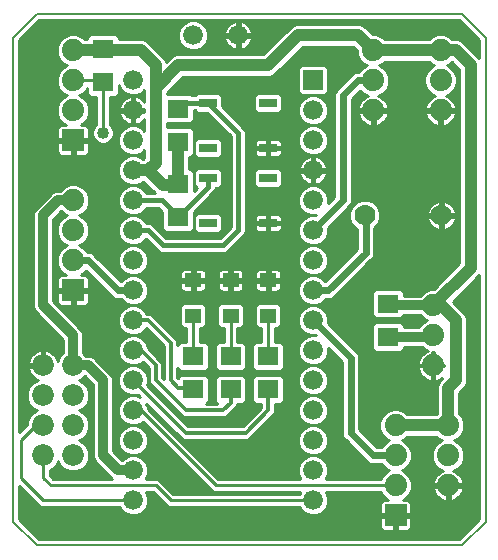
<source format=gtl>
G75*
G70*
%OFA0B0*%
%FSLAX24Y24*%
%IPPOS*%
%LPD*%
%AMOC8*
5,1,8,0,0,1.08239X$1,22.5*
%
%ADD10C,0.0080*%
%ADD11C,0.0660*%
%ADD12R,0.0660X0.0660*%
%ADD13C,0.0728*%
%ADD14C,0.0740*%
%ADD15R,0.0740X0.0740*%
%ADD16R,0.0709X0.0630*%
%ADD17C,0.0700*%
%ADD18R,0.0551X0.0472*%
%ADD19R,0.0600X0.0300*%
%ADD20C,0.0100*%
%ADD21C,0.0400*%
%ADD22C,0.0400*%
%ADD23C,0.0240*%
%ADD24C,0.0320*%
%ADD25C,0.0120*%
%ADD26C,0.0160*%
D10*
X000400Y000987D02*
X001187Y000200D01*
X015361Y000200D01*
X016148Y000987D01*
X016148Y017129D01*
X015361Y017917D01*
X001187Y017917D01*
X000400Y017129D01*
X000400Y000987D01*
D11*
X004400Y001700D03*
X004400Y002700D03*
X004400Y003700D03*
X004400Y004700D03*
X004400Y005700D03*
X004400Y006700D03*
X004400Y007700D03*
X004400Y008700D03*
X004400Y009700D03*
X004400Y010700D03*
X004400Y011700D03*
X004400Y012700D03*
X004400Y013700D03*
X004400Y014700D03*
X004400Y015700D03*
X006400Y017200D03*
X007900Y017200D03*
X010400Y014700D03*
X010400Y013700D03*
X010400Y012700D03*
X010400Y011700D03*
X010400Y010700D03*
X010400Y009700D03*
X010400Y008700D03*
X010400Y007700D03*
X010400Y006700D03*
X010400Y005700D03*
X010400Y004700D03*
X010400Y003700D03*
X010400Y002700D03*
X010400Y001700D03*
D12*
X010400Y015700D03*
D13*
X002400Y006200D03*
X002400Y005200D03*
X002400Y004200D03*
X002400Y003200D03*
X001400Y003200D03*
X001400Y004200D03*
X001400Y005200D03*
X001400Y006200D03*
D14*
X002400Y009700D03*
X002400Y010700D03*
X002400Y011700D03*
X002400Y014700D03*
X002400Y015700D03*
X002400Y016700D03*
X012400Y016700D03*
X012400Y015700D03*
X012400Y014700D03*
X014650Y014700D03*
X014650Y015700D03*
X014650Y016700D03*
X014400Y008200D03*
X014400Y007200D03*
X014400Y006200D03*
X014900Y004200D03*
X014900Y003200D03*
X014900Y002200D03*
X013150Y002200D03*
X013150Y003200D03*
X013150Y004200D03*
D15*
X013150Y001200D03*
X002400Y008700D03*
X002400Y013700D03*
D16*
X003400Y015649D03*
X003400Y016751D03*
X005900Y014751D03*
X005900Y013649D03*
X005900Y012251D03*
X005900Y011149D03*
X006400Y006501D03*
X006400Y005399D03*
X007650Y005399D03*
X007650Y006501D03*
X008900Y006501D03*
X008900Y005399D03*
X012900Y007149D03*
X012900Y008251D03*
D17*
X012120Y011200D03*
X014680Y011200D03*
D18*
X008900Y009041D03*
X008900Y007859D03*
X007650Y007859D03*
X007650Y009041D03*
X006400Y009041D03*
X006400Y007859D03*
D19*
X006900Y010950D03*
X006900Y012450D03*
X006900Y013450D03*
X006900Y014950D03*
X008900Y014950D03*
X008900Y013450D03*
X008900Y012450D03*
X008900Y010950D03*
D20*
X012630Y000890D02*
X000795Y000890D01*
X000696Y000988D02*
X012630Y000988D01*
X012630Y001087D02*
X000610Y001087D01*
X000610Y001074D02*
X000610Y002179D01*
X001180Y001609D01*
X001180Y001609D01*
X001309Y001480D01*
X003950Y001480D01*
X003976Y001417D01*
X004117Y001276D01*
X004301Y001200D01*
X004499Y001200D01*
X004683Y001276D01*
X004824Y001417D01*
X004900Y001601D01*
X004900Y001799D01*
X004825Y001980D01*
X005059Y001980D01*
X005559Y001480D01*
X009950Y001480D01*
X009976Y001417D01*
X010117Y001276D01*
X010301Y001200D01*
X010499Y001200D01*
X010683Y001276D01*
X010824Y001417D01*
X010900Y001601D01*
X010900Y001799D01*
X010825Y001980D01*
X012657Y001980D01*
X012692Y001894D01*
X012844Y001742D01*
X012898Y001720D01*
X012760Y001720D01*
X012722Y001710D01*
X012688Y001690D01*
X012660Y001662D01*
X012640Y001628D01*
X012630Y001590D01*
X012630Y001250D01*
X013100Y001250D01*
X013100Y001150D01*
X013200Y001150D01*
X013200Y001250D01*
X013670Y001250D01*
X013670Y001590D01*
X013660Y001628D01*
X013640Y001662D01*
X013612Y001690D01*
X013578Y001710D01*
X013540Y001720D01*
X013402Y001720D01*
X013456Y001742D01*
X013608Y001894D01*
X013690Y002093D01*
X013690Y002307D01*
X013608Y002506D01*
X013456Y002658D01*
X013354Y002700D01*
X013456Y002742D01*
X013608Y002894D01*
X013690Y003093D01*
X013690Y003307D01*
X013608Y003506D01*
X013456Y003658D01*
X013354Y003700D01*
X013456Y003742D01*
X013544Y003830D01*
X014506Y003830D01*
X014594Y003742D01*
X014696Y003700D01*
X014594Y003658D01*
X014442Y003506D01*
X014360Y003307D01*
X014360Y003093D01*
X014442Y002894D01*
X014594Y002742D01*
X014722Y002689D01*
X014700Y002682D01*
X014627Y002645D01*
X014561Y002597D01*
X014503Y002539D01*
X014455Y002473D01*
X014418Y002400D01*
X014393Y002322D01*
X014381Y002250D01*
X014850Y002250D01*
X014850Y002150D01*
X014950Y002150D01*
X014950Y002250D01*
X015419Y002250D01*
X015407Y002322D01*
X015382Y002400D01*
X015345Y002473D01*
X015297Y002539D01*
X015239Y002597D01*
X015173Y002645D01*
X015100Y002682D01*
X015078Y002689D01*
X015206Y002742D01*
X015358Y002894D01*
X015440Y003093D01*
X015440Y003307D01*
X015358Y003506D01*
X015206Y003658D01*
X015104Y003700D01*
X015206Y003742D01*
X015358Y003894D01*
X015440Y004093D01*
X015440Y004307D01*
X015358Y004506D01*
X015270Y004594D01*
X015270Y005297D01*
X015360Y005386D01*
X015464Y005490D01*
X015520Y005626D01*
X015520Y007774D01*
X015464Y007910D01*
X015048Y008325D01*
X015938Y009215D01*
X015938Y001074D01*
X015274Y000410D01*
X001274Y000410D01*
X000610Y001074D01*
X000610Y001185D02*
X013100Y001185D01*
X013100Y001150D02*
X012630Y001150D01*
X012630Y000810D01*
X012640Y000772D01*
X012660Y000738D01*
X012688Y000710D01*
X012722Y000690D01*
X012760Y000680D01*
X013100Y000680D01*
X013100Y001150D01*
X013100Y001087D02*
X013200Y001087D01*
X013200Y001150D02*
X013200Y000680D01*
X013540Y000680D01*
X013578Y000690D01*
X013612Y000710D01*
X013640Y000738D01*
X013660Y000772D01*
X013670Y000810D01*
X013670Y001150D01*
X013200Y001150D01*
X013200Y001185D02*
X015938Y001185D01*
X015938Y001087D02*
X013670Y001087D01*
X013670Y000988D02*
X015852Y000988D01*
X015753Y000890D02*
X013670Y000890D01*
X013665Y000791D02*
X015655Y000791D01*
X015556Y000693D02*
X013582Y000693D01*
X013200Y000693D02*
X013100Y000693D01*
X013100Y000791D02*
X013200Y000791D01*
X013200Y000890D02*
X013100Y000890D01*
X013100Y000988D02*
X013200Y000988D01*
X013670Y001284D02*
X015938Y001284D01*
X015938Y001382D02*
X013670Y001382D01*
X013670Y001481D02*
X015938Y001481D01*
X015938Y001579D02*
X013670Y001579D01*
X013625Y001678D02*
X015938Y001678D01*
X015938Y001776D02*
X015201Y001776D01*
X015173Y001755D02*
X015239Y001803D01*
X015297Y001861D01*
X015345Y001927D01*
X015382Y002000D01*
X015407Y002078D01*
X015419Y002150D01*
X014950Y002150D01*
X014950Y001681D01*
X015022Y001693D01*
X015100Y001718D01*
X015173Y001755D01*
X015306Y001875D02*
X015938Y001875D01*
X015938Y001973D02*
X015368Y001973D01*
X015405Y002072D02*
X015938Y002072D01*
X015938Y002170D02*
X014950Y002170D01*
X014950Y002072D02*
X014850Y002072D01*
X014850Y002150D02*
X014850Y001681D01*
X014778Y001693D01*
X014700Y001718D01*
X014627Y001755D01*
X014561Y001803D01*
X014503Y001861D01*
X014455Y001927D01*
X014418Y002000D01*
X014393Y002078D01*
X014381Y002150D01*
X014850Y002150D01*
X014850Y002170D02*
X013690Y002170D01*
X013690Y002269D02*
X014384Y002269D01*
X014408Y002367D02*
X013665Y002367D01*
X013625Y002466D02*
X014452Y002466D01*
X014529Y002564D02*
X013550Y002564D01*
X013444Y002663D02*
X014662Y002663D01*
X014575Y002761D02*
X013475Y002761D01*
X013573Y002860D02*
X014477Y002860D01*
X014416Y002958D02*
X013634Y002958D01*
X013675Y003057D02*
X014375Y003057D01*
X014360Y003155D02*
X013690Y003155D01*
X013690Y003254D02*
X014360Y003254D01*
X014378Y003352D02*
X013672Y003352D01*
X013631Y003451D02*
X014419Y003451D01*
X014485Y003549D02*
X013565Y003549D01*
X013466Y003648D02*
X014584Y003648D01*
X014590Y003746D02*
X013460Y003746D01*
X012946Y003700D02*
X012844Y003658D01*
X012692Y003506D01*
X012686Y003490D01*
X012520Y003490D01*
X011940Y004070D01*
X011940Y006508D01*
X011896Y006614D01*
X010900Y007610D01*
X010900Y007799D01*
X010824Y007983D01*
X010683Y008124D01*
X010499Y008200D01*
X010683Y008276D01*
X010817Y008410D01*
X010958Y008410D01*
X011064Y008454D01*
X012314Y009704D01*
X012396Y009786D01*
X012440Y009892D01*
X012440Y010784D01*
X012561Y010905D01*
X012640Y011097D01*
X012640Y011303D01*
X012561Y011495D01*
X012415Y011641D01*
X012224Y011720D01*
X012017Y011720D01*
X011826Y011641D01*
X011680Y011495D01*
X011600Y011303D01*
X011600Y011097D01*
X011680Y010905D01*
X011826Y010759D01*
X011860Y010745D01*
X011860Y010070D01*
X010798Y009009D01*
X010683Y009124D01*
X010499Y009200D01*
X010301Y009200D01*
X010117Y009124D01*
X009976Y008983D01*
X009900Y008799D01*
X009900Y008601D01*
X009976Y008417D01*
X010117Y008276D01*
X010301Y008200D01*
X010499Y008200D01*
X010301Y008200D01*
X010117Y008124D01*
X009976Y007983D01*
X009900Y007799D01*
X009900Y007601D01*
X009976Y007417D01*
X010117Y007276D01*
X010301Y007200D01*
X010117Y007124D01*
X009976Y006983D01*
X009900Y006799D01*
X009900Y006601D01*
X009976Y006417D01*
X010117Y006276D01*
X010301Y006200D01*
X010117Y006124D01*
X009976Y005983D01*
X009900Y005799D01*
X009900Y005601D01*
X009976Y005417D01*
X010117Y005276D01*
X010301Y005200D01*
X010117Y005124D01*
X009976Y004983D01*
X009900Y004799D01*
X009900Y004601D01*
X009976Y004417D01*
X010117Y004276D01*
X010301Y004200D01*
X010117Y004124D01*
X009976Y003983D01*
X009900Y003799D01*
X009900Y003601D01*
X009976Y003417D01*
X010117Y003276D01*
X010301Y003200D01*
X010499Y003200D01*
X010683Y003276D01*
X010824Y003417D01*
X010900Y003601D01*
X010900Y003799D01*
X010824Y003983D01*
X010683Y004124D01*
X010499Y004200D01*
X010301Y004200D01*
X010499Y004200D01*
X010683Y004276D01*
X010824Y004417D01*
X010900Y004601D01*
X010900Y004799D01*
X010824Y004983D01*
X010683Y005124D01*
X010499Y005200D01*
X010301Y005200D01*
X010499Y005200D01*
X010683Y005276D01*
X010824Y005417D01*
X010900Y005601D01*
X010900Y005799D01*
X010824Y005983D01*
X010683Y006124D01*
X010499Y006200D01*
X010301Y006200D01*
X010499Y006200D01*
X010683Y006276D01*
X010824Y006417D01*
X010900Y006601D01*
X010900Y006790D01*
X011360Y006330D01*
X011360Y003892D01*
X011404Y003786D01*
X011486Y003704D01*
X012236Y002954D01*
X012342Y002910D01*
X012686Y002910D01*
X012692Y002894D01*
X012844Y002742D01*
X012946Y002700D01*
X012844Y002658D01*
X012692Y002506D01*
X012657Y002420D01*
X010825Y002420D01*
X010900Y002601D01*
X010900Y002799D01*
X010824Y002983D01*
X010683Y003124D01*
X010499Y003200D01*
X010301Y003200D01*
X010117Y003124D01*
X009976Y002983D01*
X009900Y002799D01*
X009900Y002601D01*
X009975Y002420D01*
X007241Y002420D01*
X004900Y004761D01*
X004900Y004799D01*
X004847Y004928D01*
X005920Y003855D01*
X006055Y003720D01*
X008245Y003720D01*
X009130Y004605D01*
X009130Y004914D01*
X009325Y004914D01*
X009424Y005013D01*
X009424Y005784D01*
X009325Y005884D01*
X008475Y005884D01*
X008376Y005784D01*
X008376Y005013D01*
X008475Y004914D01*
X008670Y004914D01*
X008670Y004795D01*
X008055Y004180D01*
X006245Y004180D01*
X004878Y005547D01*
X004900Y005601D01*
X004900Y005799D01*
X004824Y005983D01*
X004683Y006124D01*
X004499Y006200D01*
X004683Y006276D01*
X004716Y006309D01*
X004920Y006105D01*
X004920Y005605D01*
X005920Y004605D01*
X006055Y004470D01*
X007495Y004470D01*
X007880Y004855D01*
X007880Y004914D01*
X008075Y004914D01*
X008174Y005013D01*
X008174Y005784D01*
X008075Y005884D01*
X007225Y005884D01*
X007126Y005784D01*
X007126Y005013D01*
X007209Y004930D01*
X006841Y004930D01*
X006924Y005013D01*
X006924Y005784D01*
X006825Y005884D01*
X005975Y005884D01*
X005883Y005792D01*
X005880Y005795D01*
X005880Y006111D01*
X005975Y006016D01*
X006825Y006016D01*
X006924Y006116D01*
X006924Y006887D01*
X006825Y006986D01*
X006620Y006986D01*
X006620Y007453D01*
X006746Y007453D01*
X006846Y007553D01*
X006846Y008166D01*
X006746Y008266D01*
X006054Y008266D01*
X005954Y008166D01*
X005954Y007553D01*
X006054Y007453D01*
X006180Y007453D01*
X006180Y006986D01*
X005975Y006986D01*
X005880Y006891D01*
X005880Y007045D01*
X005745Y007180D01*
X004995Y007930D01*
X004846Y007930D01*
X004824Y007983D01*
X004683Y008124D01*
X004499Y008200D01*
X004301Y008200D01*
X004117Y008124D01*
X003976Y007983D01*
X003900Y007799D01*
X003900Y007601D01*
X003976Y007417D01*
X004117Y007276D01*
X004301Y007200D01*
X004117Y007124D01*
X003976Y006983D01*
X003900Y006799D01*
X003900Y006601D01*
X003976Y006417D01*
X004117Y006276D01*
X004301Y006200D01*
X004499Y006200D01*
X004301Y006200D01*
X004117Y006124D01*
X003976Y005983D01*
X003900Y005799D01*
X003900Y005601D01*
X003976Y005417D01*
X004117Y005276D01*
X004301Y005200D01*
X004117Y005124D01*
X003976Y004983D01*
X003900Y004799D01*
X003900Y004601D01*
X003976Y004417D01*
X004117Y004276D01*
X004301Y004200D01*
X004117Y004124D01*
X003976Y003983D01*
X003900Y003799D01*
X003900Y003601D01*
X003976Y003417D01*
X004117Y003276D01*
X004301Y003200D01*
X004499Y003200D01*
X004683Y003276D01*
X004824Y003417D01*
X004900Y003601D01*
X004900Y003799D01*
X004824Y003983D01*
X004683Y004124D01*
X004499Y004200D01*
X004301Y004200D01*
X004499Y004200D01*
X004683Y004276D01*
X004723Y004316D01*
X006930Y002109D01*
X007059Y001980D01*
X009975Y001980D01*
X009950Y001920D01*
X005741Y001920D01*
X005370Y002291D01*
X005241Y002420D01*
X004825Y002420D01*
X004900Y002601D01*
X004900Y002799D01*
X004824Y002983D01*
X004683Y003124D01*
X004499Y003200D01*
X004301Y003200D01*
X004117Y003124D01*
X004030Y003037D01*
X003730Y003337D01*
X003730Y005766D01*
X003680Y005887D01*
X003180Y006387D01*
X003087Y006480D01*
X002966Y006530D01*
X002825Y006530D01*
X002730Y006625D01*
X002730Y007266D01*
X002680Y007387D01*
X001730Y008337D01*
X001730Y011063D01*
X002002Y011335D01*
X002094Y011242D01*
X002196Y011200D01*
X002094Y011158D01*
X001942Y011006D01*
X001860Y010807D01*
X001860Y010593D01*
X001942Y010394D01*
X002094Y010242D01*
X002196Y010200D01*
X002094Y010158D01*
X001942Y010006D01*
X001860Y009807D01*
X001860Y009593D01*
X001942Y009394D01*
X002094Y009242D01*
X002148Y009220D01*
X002010Y009220D01*
X001972Y009210D01*
X001938Y009190D01*
X001910Y009162D01*
X001890Y009128D01*
X001880Y009090D01*
X001880Y008750D01*
X002350Y008750D01*
X002350Y008650D01*
X002450Y008650D01*
X002450Y008750D01*
X002920Y008750D01*
X002920Y009090D01*
X002910Y009128D01*
X002890Y009162D01*
X002862Y009190D01*
X002828Y009210D01*
X002790Y009220D01*
X002652Y009220D01*
X002706Y009242D01*
X002827Y009363D01*
X003736Y008454D01*
X003842Y008410D01*
X003983Y008410D01*
X004117Y008276D01*
X004301Y008200D01*
X004499Y008200D01*
X004683Y008276D01*
X004824Y008417D01*
X004900Y008601D01*
X004900Y008799D01*
X004824Y008983D01*
X004683Y009124D01*
X004499Y009200D01*
X004683Y009276D01*
X004824Y009417D01*
X004900Y009601D01*
X004900Y009799D01*
X004824Y009983D01*
X004683Y010124D01*
X004499Y010200D01*
X004301Y010200D01*
X004117Y010124D01*
X003976Y009983D01*
X003900Y009799D01*
X003900Y009601D01*
X003976Y009417D01*
X004117Y009276D01*
X004301Y009200D01*
X004499Y009200D01*
X004301Y009200D01*
X004117Y009124D01*
X004002Y009009D01*
X003146Y009864D01*
X003064Y009946D01*
X002958Y009990D01*
X002864Y009990D01*
X002858Y010006D01*
X002706Y010158D01*
X002604Y010200D01*
X002706Y010242D01*
X002858Y010394D01*
X002940Y010593D01*
X002940Y010807D01*
X002858Y011006D01*
X002706Y011158D01*
X002604Y011200D01*
X002706Y011242D01*
X002858Y011394D01*
X002940Y011593D01*
X002940Y011807D01*
X002858Y012006D01*
X002706Y012158D01*
X002507Y012240D01*
X002293Y012240D01*
X002094Y012158D01*
X001966Y012030D01*
X001834Y012030D01*
X001713Y011980D01*
X001620Y011887D01*
X001120Y011387D01*
X001070Y011266D01*
X001070Y008134D01*
X001120Y008013D01*
X002070Y007063D01*
X002070Y006625D01*
X001947Y006503D01*
X001888Y006361D01*
X001877Y006397D01*
X001840Y006469D01*
X001792Y006535D01*
X001735Y006592D01*
X001669Y006640D01*
X001597Y006677D01*
X001520Y006702D01*
X001440Y006714D01*
X001439Y006714D01*
X001439Y006239D01*
X001361Y006239D01*
X001361Y006714D01*
X001360Y006714D01*
X001280Y006702D01*
X001203Y006677D01*
X001131Y006640D01*
X001065Y006592D01*
X001008Y006535D01*
X000960Y006469D01*
X000923Y006397D01*
X000898Y006320D01*
X000886Y006240D01*
X000886Y006239D01*
X001361Y006239D01*
X001361Y006161D01*
X000886Y006161D01*
X000886Y006160D01*
X000898Y006080D01*
X000923Y006003D01*
X000960Y005931D01*
X001008Y005865D01*
X001065Y005808D01*
X001131Y005760D01*
X001203Y005723D01*
X001239Y005712D01*
X001097Y005653D01*
X000947Y005503D01*
X000866Y005306D01*
X000866Y005094D01*
X000947Y004897D01*
X001097Y004747D01*
X001211Y004700D01*
X001097Y004653D01*
X000947Y004503D01*
X000866Y004306D01*
X000866Y004227D01*
X000610Y003971D01*
X000610Y017042D01*
X001274Y017707D01*
X015274Y017707D01*
X015938Y017042D01*
X015938Y016435D01*
X015860Y016514D01*
X015360Y017014D01*
X015224Y017070D01*
X015044Y017070D01*
X014956Y017158D01*
X014757Y017240D01*
X014543Y017240D01*
X014344Y017158D01*
X014256Y017070D01*
X012794Y017070D01*
X012706Y017158D01*
X012507Y017240D01*
X012383Y017240D01*
X012110Y017514D01*
X011974Y017570D01*
X009826Y017570D01*
X009690Y017514D01*
X009586Y017410D01*
X009586Y017410D01*
X008747Y016570D01*
X005826Y016570D01*
X005690Y016514D01*
X005500Y016323D01*
X005464Y016410D01*
X005360Y016514D01*
X004964Y016910D01*
X004860Y017014D01*
X004724Y017070D01*
X003924Y017070D01*
X003924Y017137D01*
X003825Y017236D01*
X002975Y017236D01*
X002876Y017137D01*
X002876Y017070D01*
X002794Y017070D01*
X002706Y017158D01*
X002507Y017240D01*
X002293Y017240D01*
X002094Y017158D01*
X001942Y017006D01*
X001860Y016807D01*
X001860Y016593D01*
X001942Y016394D01*
X002094Y016242D01*
X002196Y016200D01*
X002094Y016158D01*
X001942Y016006D01*
X001860Y015807D01*
X001860Y015593D01*
X001942Y015394D01*
X002094Y015242D01*
X002196Y015200D01*
X002094Y015158D01*
X001942Y015006D01*
X001860Y014807D01*
X001860Y014593D01*
X001942Y014394D01*
X002094Y014242D01*
X002148Y014220D01*
X002010Y014220D01*
X001972Y014210D01*
X001938Y014190D01*
X001910Y014162D01*
X001890Y014128D01*
X001880Y014090D01*
X001880Y013750D01*
X002350Y013750D01*
X002350Y013650D01*
X002450Y013650D01*
X002450Y013750D01*
X002920Y013750D01*
X002920Y014090D01*
X002910Y014128D01*
X002890Y014162D01*
X002862Y014190D01*
X002828Y014210D01*
X002790Y014220D01*
X002652Y014220D01*
X002706Y014242D01*
X002858Y014394D01*
X002940Y014593D01*
X002940Y014807D01*
X002858Y015006D01*
X002706Y015158D01*
X002604Y015200D01*
X002706Y015242D01*
X002858Y015394D01*
X002876Y015437D01*
X002876Y015263D01*
X002975Y015164D01*
X003180Y015164D01*
X003180Y014253D01*
X003086Y014160D01*
X003030Y014024D01*
X003030Y013876D01*
X003086Y013740D01*
X003190Y013636D01*
X003326Y013580D01*
X003474Y013580D01*
X003610Y013636D01*
X003714Y013740D01*
X003770Y013876D01*
X003770Y014024D01*
X003714Y014160D01*
X003620Y014253D01*
X003620Y015164D01*
X003825Y015164D01*
X003924Y015263D01*
X003924Y015542D01*
X003976Y015417D01*
X004117Y015276D01*
X004301Y015200D01*
X004499Y015200D01*
X004683Y015276D01*
X004780Y015373D01*
X004780Y014994D01*
X004766Y015013D01*
X004713Y015066D01*
X004652Y015111D01*
X004584Y015145D01*
X004512Y015168D01*
X004439Y015180D01*
X004439Y014739D01*
X004361Y014739D01*
X004361Y015180D01*
X004288Y015168D01*
X004216Y015145D01*
X004148Y015111D01*
X004087Y015066D01*
X004034Y015013D01*
X003989Y014952D01*
X003955Y014884D01*
X003932Y014812D01*
X003920Y014739D01*
X004361Y014739D01*
X004361Y014661D01*
X004439Y014661D01*
X004780Y014661D01*
X004780Y014739D01*
X004439Y014739D01*
X004439Y014661D01*
X004439Y014220D01*
X004512Y014232D01*
X004584Y014255D01*
X004652Y014289D01*
X004713Y014334D01*
X004766Y014387D01*
X004780Y014406D01*
X004780Y014027D01*
X004683Y014124D01*
X004499Y014200D01*
X004301Y014200D01*
X004117Y014124D01*
X003976Y013983D01*
X003900Y013799D01*
X003900Y013601D01*
X003976Y013417D01*
X004117Y013276D01*
X004301Y013200D01*
X004117Y013124D01*
X003976Y012983D01*
X003900Y012799D01*
X003900Y012601D01*
X003976Y012417D01*
X004117Y012276D01*
X004301Y012200D01*
X004117Y012124D01*
X003976Y011983D01*
X003900Y011799D01*
X003900Y011601D01*
X003976Y011417D01*
X004117Y011276D01*
X004301Y011200D01*
X004499Y011200D01*
X004683Y011276D01*
X004824Y011417D01*
X004838Y011450D01*
X005245Y011450D01*
X005376Y011320D01*
X005376Y010763D01*
X005475Y010664D01*
X006325Y010664D01*
X006424Y010763D01*
X006424Y011320D01*
X007042Y011937D01*
X007112Y012007D01*
X007150Y012099D01*
X007150Y012130D01*
X007270Y012130D01*
X007370Y012230D01*
X007370Y012670D01*
X007270Y012770D01*
X006530Y012770D01*
X006430Y012670D01*
X006430Y012230D01*
X006529Y012131D01*
X006424Y012027D01*
X006424Y012637D01*
X006325Y012736D01*
X006270Y012736D01*
X006270Y013164D01*
X006325Y013164D01*
X006424Y013263D01*
X006424Y014034D01*
X006325Y014134D01*
X005520Y014134D01*
X005520Y014266D01*
X006325Y014266D01*
X006424Y014366D01*
X006424Y014700D01*
X006460Y014700D01*
X006530Y014630D01*
X006866Y014630D01*
X007650Y013846D01*
X007650Y010804D01*
X007296Y010450D01*
X005504Y010450D01*
X005042Y010912D01*
X004950Y010950D01*
X004838Y010950D01*
X004824Y010983D01*
X004683Y011124D01*
X004499Y011200D01*
X004301Y011200D01*
X004117Y011124D01*
X003976Y010983D01*
X003900Y010799D01*
X003900Y010601D01*
X003976Y010417D01*
X004117Y010276D01*
X004301Y010200D01*
X004499Y010200D01*
X004683Y010276D01*
X004824Y010417D01*
X004826Y010421D01*
X005188Y010058D01*
X005258Y009988D01*
X005350Y009950D01*
X007450Y009950D01*
X007542Y009988D01*
X008042Y010488D01*
X008112Y010558D01*
X008150Y010650D01*
X008150Y014000D01*
X008112Y014092D01*
X007370Y014834D01*
X007370Y015170D01*
X007270Y015270D01*
X006530Y015270D01*
X006460Y015200D01*
X006361Y015200D01*
X006325Y015236D01*
X005520Y015236D01*
X005520Y015297D01*
X006053Y015830D01*
X008974Y015830D01*
X009110Y015886D01*
X009214Y015990D01*
X009214Y015990D01*
X010053Y016830D01*
X011747Y016830D01*
X011860Y016717D01*
X011860Y016593D01*
X011942Y016394D01*
X012094Y016242D01*
X012196Y016200D01*
X012094Y016158D01*
X011942Y016006D01*
X011936Y015990D01*
X011842Y015990D01*
X011736Y015946D01*
X011236Y015446D01*
X011154Y015364D01*
X011110Y015258D01*
X011110Y011820D01*
X010900Y011610D01*
X010900Y011799D01*
X010824Y011983D01*
X010683Y012124D01*
X010499Y012200D01*
X010301Y012200D01*
X010117Y012124D01*
X009976Y011983D01*
X009900Y011799D01*
X009900Y011601D01*
X009976Y011417D01*
X010117Y011276D01*
X010301Y011200D01*
X010117Y011124D01*
X009976Y010983D01*
X009900Y010799D01*
X009900Y010601D01*
X009976Y010417D01*
X010117Y010276D01*
X010301Y010200D01*
X010117Y010124D01*
X009976Y009983D01*
X009900Y009799D01*
X009900Y009601D01*
X009976Y009417D01*
X010117Y009276D01*
X010301Y009200D01*
X010499Y009200D01*
X010683Y009276D01*
X010824Y009417D01*
X010900Y009601D01*
X010900Y009799D01*
X010824Y009983D01*
X010683Y010124D01*
X010499Y010200D01*
X010301Y010200D01*
X010499Y010200D01*
X010683Y010276D01*
X010824Y010417D01*
X010900Y010601D01*
X010900Y010790D01*
X011646Y011536D01*
X011690Y011642D01*
X011690Y015080D01*
X011973Y015363D01*
X012094Y015242D01*
X012222Y015189D01*
X012200Y015182D01*
X012127Y015145D01*
X012061Y015097D01*
X012003Y015039D01*
X011955Y014973D01*
X011918Y014900D01*
X011893Y014822D01*
X011881Y014750D01*
X012350Y014750D01*
X012350Y014650D01*
X012450Y014650D01*
X012450Y014750D01*
X012919Y014750D01*
X012907Y014822D01*
X012882Y014900D01*
X012845Y014973D01*
X012797Y015039D01*
X012739Y015097D01*
X012673Y015145D01*
X012600Y015182D01*
X012578Y015189D01*
X012706Y015242D01*
X012858Y015394D01*
X012940Y015593D01*
X012940Y015807D01*
X012858Y016006D01*
X012706Y016158D01*
X012604Y016200D01*
X012706Y016242D01*
X012794Y016330D01*
X014256Y016330D01*
X014344Y016242D01*
X014446Y016200D01*
X014344Y016158D01*
X014192Y016006D01*
X014110Y015807D01*
X014110Y015593D01*
X014192Y015394D01*
X014344Y015242D01*
X014472Y015189D01*
X014450Y015182D01*
X014377Y015145D01*
X014311Y015097D01*
X014253Y015039D01*
X014205Y014973D01*
X014168Y014900D01*
X014143Y014822D01*
X014131Y014750D01*
X014600Y014750D01*
X014600Y014650D01*
X014700Y014650D01*
X014700Y014750D01*
X015169Y014750D01*
X015157Y014822D01*
X015132Y014900D01*
X015095Y014973D01*
X015047Y015039D01*
X014989Y015097D01*
X014923Y015145D01*
X014850Y015182D01*
X014828Y015189D01*
X014956Y015242D01*
X015108Y015394D01*
X015190Y015593D01*
X015190Y015807D01*
X015108Y016006D01*
X014956Y016158D01*
X014854Y016200D01*
X014956Y016242D01*
X015020Y016307D01*
X015280Y016047D01*
X015280Y009603D01*
X014417Y008740D01*
X014293Y008740D01*
X014094Y008658D01*
X013966Y008530D01*
X013424Y008530D01*
X013424Y008637D01*
X013325Y008736D01*
X012475Y008736D01*
X012376Y008637D01*
X012376Y007866D01*
X012475Y007766D01*
X013325Y007766D01*
X013424Y007866D01*
X013424Y007870D01*
X013966Y007870D01*
X014094Y007742D01*
X014196Y007700D01*
X014094Y007658D01*
X013942Y007506D01*
X013931Y007479D01*
X013424Y007479D01*
X013424Y007534D01*
X013325Y007634D01*
X012475Y007634D01*
X012376Y007534D01*
X012376Y006763D01*
X012475Y006664D01*
X013325Y006664D01*
X013424Y006763D01*
X013424Y006819D01*
X014018Y006819D01*
X014094Y006742D01*
X014222Y006689D01*
X014200Y006682D01*
X014127Y006645D01*
X014061Y006597D01*
X014003Y006539D01*
X013955Y006473D01*
X013918Y006400D01*
X013893Y006322D01*
X013880Y006241D01*
X013880Y006230D01*
X014370Y006230D01*
X014370Y006660D01*
X014430Y006660D01*
X014430Y006230D01*
X014370Y006230D01*
X014370Y006170D01*
X014430Y006170D01*
X014780Y006170D01*
X014780Y006230D01*
X014430Y006230D01*
X014430Y006170D01*
X014430Y005680D01*
X014441Y005680D01*
X014522Y005693D01*
X014600Y005718D01*
X014673Y005755D01*
X014707Y005780D01*
X014586Y005660D01*
X014530Y005524D01*
X014530Y004594D01*
X014506Y004570D01*
X013544Y004570D01*
X013456Y004658D01*
X013257Y004740D01*
X013043Y004740D01*
X012844Y004658D01*
X012692Y004506D01*
X012610Y004307D01*
X012610Y004093D01*
X012692Y003894D01*
X012844Y003742D01*
X012946Y003700D01*
X012840Y003746D02*
X012264Y003746D01*
X012166Y003845D02*
X012742Y003845D01*
X012672Y003943D02*
X012067Y003943D01*
X011969Y004042D02*
X012631Y004042D01*
X012610Y004140D02*
X011940Y004140D01*
X011940Y004239D02*
X012610Y004239D01*
X012622Y004337D02*
X011940Y004337D01*
X011940Y004436D02*
X012663Y004436D01*
X012720Y004534D02*
X011940Y004534D01*
X011940Y004633D02*
X012819Y004633D01*
X013021Y004731D02*
X011940Y004731D01*
X011940Y004830D02*
X014530Y004830D01*
X014530Y004928D02*
X011940Y004928D01*
X011940Y005027D02*
X014530Y005027D01*
X014530Y005125D02*
X011940Y005125D01*
X011940Y005224D02*
X014530Y005224D01*
X014530Y005322D02*
X011940Y005322D01*
X011940Y005421D02*
X014530Y005421D01*
X014530Y005519D02*
X011940Y005519D01*
X011940Y005618D02*
X014569Y005618D01*
X014593Y005716D02*
X014643Y005716D01*
X014430Y005716D02*
X014370Y005716D01*
X014370Y005680D02*
X014370Y006170D01*
X013880Y006170D01*
X013880Y006159D01*
X013893Y006078D01*
X013918Y006000D01*
X013955Y005927D01*
X014003Y005861D01*
X014061Y005803D01*
X014127Y005755D01*
X014200Y005718D01*
X014278Y005693D01*
X014359Y005680D01*
X014370Y005680D01*
X014370Y005815D02*
X014430Y005815D01*
X014430Y005913D02*
X014370Y005913D01*
X014370Y006012D02*
X014430Y006012D01*
X014430Y006110D02*
X014370Y006110D01*
X014370Y006209D02*
X011940Y006209D01*
X011940Y006307D02*
X013890Y006307D01*
X013921Y006406D02*
X011940Y006406D01*
X011940Y006504D02*
X013978Y006504D01*
X014069Y006603D02*
X011901Y006603D01*
X011809Y006701D02*
X012438Y006701D01*
X012376Y006800D02*
X011711Y006800D01*
X011612Y006898D02*
X012376Y006898D01*
X012376Y006997D02*
X011514Y006997D01*
X011415Y007095D02*
X012376Y007095D01*
X012376Y007194D02*
X011317Y007194D01*
X011218Y007292D02*
X012376Y007292D01*
X012376Y007391D02*
X011120Y007391D01*
X011021Y007489D02*
X012376Y007489D01*
X012429Y007588D02*
X010923Y007588D01*
X010900Y007686D02*
X014162Y007686D01*
X014052Y007785D02*
X013343Y007785D01*
X013371Y007588D02*
X014024Y007588D01*
X013935Y007489D02*
X013424Y007489D01*
X013424Y006800D02*
X014037Y006800D01*
X014194Y006701D02*
X013362Y006701D01*
X013888Y006110D02*
X011940Y006110D01*
X011940Y006012D02*
X013914Y006012D01*
X013966Y005913D02*
X011940Y005913D01*
X011940Y005815D02*
X014050Y005815D01*
X014207Y005716D02*
X011940Y005716D01*
X011360Y005716D02*
X010900Y005716D01*
X010900Y005618D02*
X011360Y005618D01*
X011360Y005519D02*
X010866Y005519D01*
X010825Y005421D02*
X011360Y005421D01*
X011360Y005322D02*
X010729Y005322D01*
X010556Y005224D02*
X011360Y005224D01*
X011360Y005125D02*
X010680Y005125D01*
X010781Y005027D02*
X011360Y005027D01*
X011360Y004928D02*
X010847Y004928D01*
X010888Y004830D02*
X011360Y004830D01*
X011360Y004731D02*
X010900Y004731D01*
X010900Y004633D02*
X011360Y004633D01*
X011360Y004534D02*
X010872Y004534D01*
X010832Y004436D02*
X011360Y004436D01*
X011360Y004337D02*
X010744Y004337D01*
X010592Y004239D02*
X011360Y004239D01*
X011360Y004140D02*
X010644Y004140D01*
X010766Y004042D02*
X011360Y004042D01*
X011360Y003943D02*
X010841Y003943D01*
X010881Y003845D02*
X011380Y003845D01*
X011444Y003746D02*
X010900Y003746D01*
X010900Y003648D02*
X011542Y003648D01*
X011641Y003549D02*
X010879Y003549D01*
X010838Y003451D02*
X011739Y003451D01*
X011838Y003352D02*
X010759Y003352D01*
X010629Y003254D02*
X011936Y003254D01*
X012035Y003155D02*
X010608Y003155D01*
X010751Y003057D02*
X012133Y003057D01*
X012232Y002958D02*
X010834Y002958D01*
X010875Y002860D02*
X012727Y002860D01*
X012825Y002761D02*
X010900Y002761D01*
X010900Y002663D02*
X012856Y002663D01*
X012750Y002564D02*
X010885Y002564D01*
X010844Y002466D02*
X012675Y002466D01*
X012660Y001973D02*
X010828Y001973D01*
X010869Y001875D02*
X012712Y001875D01*
X012810Y001776D02*
X010900Y001776D01*
X010900Y001678D02*
X012675Y001678D01*
X012630Y001579D02*
X010891Y001579D01*
X010850Y001481D02*
X012630Y001481D01*
X012630Y001382D02*
X010789Y001382D01*
X010691Y001284D02*
X012630Y001284D01*
X012635Y000791D02*
X000893Y000791D01*
X000992Y000693D02*
X012718Y000693D01*
X013490Y001776D02*
X014599Y001776D01*
X014494Y001875D02*
X013588Y001875D01*
X013640Y001973D02*
X014432Y001973D01*
X014395Y002072D02*
X013681Y002072D01*
X013150Y002200D02*
X007150Y002200D01*
X004650Y004700D01*
X004400Y004700D01*
X004592Y004239D02*
X004800Y004239D01*
X004899Y004140D02*
X004644Y004140D01*
X004766Y004042D02*
X004997Y004042D01*
X005096Y003943D02*
X004841Y003943D01*
X004881Y003845D02*
X005194Y003845D01*
X005293Y003746D02*
X004900Y003746D01*
X004900Y003648D02*
X005391Y003648D01*
X005490Y003549D02*
X004879Y003549D01*
X004838Y003451D02*
X005588Y003451D01*
X005687Y003352D02*
X004759Y003352D01*
X004629Y003254D02*
X005785Y003254D01*
X005884Y003155D02*
X004608Y003155D01*
X004751Y003057D02*
X005982Y003057D01*
X006081Y002958D02*
X004834Y002958D01*
X004875Y002860D02*
X006179Y002860D01*
X006278Y002761D02*
X004900Y002761D01*
X004900Y002663D02*
X006376Y002663D01*
X006475Y002564D02*
X004885Y002564D01*
X004844Y002466D02*
X006573Y002466D01*
X006672Y002367D02*
X005294Y002367D01*
X005393Y002269D02*
X006770Y002269D01*
X006869Y002170D02*
X005491Y002170D01*
X005590Y002072D02*
X006967Y002072D01*
X007196Y002466D02*
X009956Y002466D01*
X009915Y002564D02*
X007097Y002564D01*
X006999Y002663D02*
X009900Y002663D01*
X009900Y002761D02*
X006900Y002761D01*
X006802Y002860D02*
X009925Y002860D01*
X009966Y002958D02*
X006703Y002958D01*
X006605Y003057D02*
X010049Y003057D01*
X010192Y003155D02*
X006506Y003155D01*
X006408Y003254D02*
X010171Y003254D01*
X010041Y003352D02*
X006309Y003352D01*
X006211Y003451D02*
X009962Y003451D01*
X009921Y003549D02*
X006112Y003549D01*
X006014Y003648D02*
X009900Y003648D01*
X009900Y003746D02*
X008271Y003746D01*
X008370Y003845D02*
X009919Y003845D01*
X009959Y003943D02*
X008468Y003943D01*
X008567Y004042D02*
X010034Y004042D01*
X010156Y004140D02*
X008665Y004140D01*
X008764Y004239D02*
X010208Y004239D01*
X010056Y004337D02*
X008862Y004337D01*
X008961Y004436D02*
X009968Y004436D01*
X009928Y004534D02*
X009059Y004534D01*
X009130Y004633D02*
X009900Y004633D01*
X009900Y004731D02*
X009130Y004731D01*
X009130Y004830D02*
X009912Y004830D01*
X009953Y004928D02*
X009339Y004928D01*
X009424Y005027D02*
X010019Y005027D01*
X010120Y005125D02*
X009424Y005125D01*
X009424Y005224D02*
X010244Y005224D01*
X010071Y005322D02*
X009424Y005322D01*
X009424Y005421D02*
X009975Y005421D01*
X009934Y005519D02*
X009424Y005519D01*
X009424Y005618D02*
X009900Y005618D01*
X009900Y005716D02*
X009424Y005716D01*
X009394Y005815D02*
X009906Y005815D01*
X009947Y005913D02*
X005880Y005913D01*
X005880Y005815D02*
X005906Y005815D01*
X005880Y006012D02*
X010004Y006012D01*
X010103Y006110D02*
X009419Y006110D01*
X009424Y006116D02*
X009424Y006887D01*
X009325Y006986D01*
X009120Y006986D01*
X009120Y007453D01*
X009246Y007453D01*
X009346Y007553D01*
X009346Y008166D01*
X009246Y008266D01*
X008554Y008266D01*
X008454Y008166D01*
X008454Y007553D01*
X008554Y007453D01*
X008680Y007453D01*
X008680Y006986D01*
X008475Y006986D01*
X008376Y006887D01*
X008376Y006116D01*
X008475Y006016D01*
X009325Y006016D01*
X009424Y006116D01*
X009424Y006209D02*
X010280Y006209D01*
X010520Y006209D02*
X011360Y006209D01*
X011360Y006307D02*
X010714Y006307D01*
X010813Y006406D02*
X011284Y006406D01*
X011186Y006504D02*
X010860Y006504D01*
X010900Y006603D02*
X011087Y006603D01*
X010989Y006701D02*
X010900Y006701D01*
X010490Y007200D02*
X010301Y007200D01*
X010490Y007200D01*
X010490Y007200D01*
X010285Y007194D02*
X009120Y007194D01*
X009120Y007292D02*
X010101Y007292D01*
X010002Y007391D02*
X009120Y007391D01*
X009282Y007489D02*
X009946Y007489D01*
X009905Y007588D02*
X009346Y007588D01*
X009346Y007686D02*
X009900Y007686D01*
X009900Y007785D02*
X009346Y007785D01*
X009346Y007883D02*
X009935Y007883D01*
X009975Y007982D02*
X009346Y007982D01*
X009346Y008080D02*
X010073Y008080D01*
X010249Y008179D02*
X009333Y008179D01*
X009195Y008654D02*
X008950Y008654D01*
X008950Y008991D01*
X008950Y009091D01*
X008850Y009091D01*
X008850Y009427D01*
X008605Y009427D01*
X008567Y009417D01*
X008532Y009397D01*
X008504Y009369D01*
X008485Y009335D01*
X008474Y009297D01*
X008474Y009091D01*
X008850Y009091D01*
X008850Y008991D01*
X008474Y008991D01*
X008474Y008785D01*
X008485Y008746D01*
X008504Y008712D01*
X008532Y008684D01*
X008567Y008665D01*
X008605Y008654D01*
X008850Y008654D01*
X008850Y008991D01*
X008950Y008991D01*
X009326Y008991D01*
X009326Y008785D01*
X009315Y008746D01*
X009296Y008712D01*
X009268Y008684D01*
X009233Y008665D01*
X009195Y008654D01*
X009245Y008671D02*
X009900Y008671D01*
X009900Y008770D02*
X009322Y008770D01*
X009326Y008868D02*
X009928Y008868D01*
X009969Y008967D02*
X009326Y008967D01*
X009326Y009091D02*
X009326Y009297D01*
X009315Y009335D01*
X009296Y009369D01*
X009268Y009397D01*
X009233Y009417D01*
X009195Y009427D01*
X008950Y009427D01*
X008950Y009091D01*
X009326Y009091D01*
X009326Y009164D02*
X010212Y009164D01*
X010151Y009262D02*
X009326Y009262D01*
X009300Y009361D02*
X010032Y009361D01*
X009959Y009459D02*
X004841Y009459D01*
X004882Y009558D02*
X009918Y009558D01*
X009900Y009656D02*
X004900Y009656D01*
X004900Y009755D02*
X009900Y009755D01*
X009922Y009853D02*
X004878Y009853D01*
X004837Y009952D02*
X005347Y009952D01*
X005196Y010050D02*
X004757Y010050D01*
X004624Y010149D02*
X005098Y010149D01*
X004999Y010247D02*
X004613Y010247D01*
X004753Y010346D02*
X004901Y010346D01*
X005214Y010740D02*
X005400Y010740D01*
X005376Y010838D02*
X005116Y010838D01*
X004982Y010937D02*
X005376Y010937D01*
X005376Y011035D02*
X004772Y011035D01*
X004660Y011134D02*
X005376Y011134D01*
X005376Y011232D02*
X004577Y011232D01*
X004738Y011331D02*
X005365Y011331D01*
X005266Y011429D02*
X004829Y011429D01*
X004838Y011950D02*
X004824Y011983D01*
X004683Y012124D01*
X004499Y012200D01*
X004301Y012200D01*
X004499Y012200D01*
X004683Y012276D01*
X004737Y012330D01*
X004747Y012330D01*
X005086Y011990D01*
X005127Y011950D01*
X004838Y011950D01*
X004787Y012020D02*
X005057Y012020D01*
X004958Y012119D02*
X004689Y012119D01*
X004541Y012217D02*
X004860Y012217D01*
X004761Y012316D02*
X004723Y012316D01*
X004259Y012217D02*
X002563Y012217D01*
X002745Y012119D02*
X004111Y012119D01*
X004013Y012020D02*
X002844Y012020D01*
X002893Y011922D02*
X003951Y011922D01*
X003910Y011823D02*
X002934Y011823D01*
X002940Y011725D02*
X003900Y011725D01*
X003900Y011626D02*
X002940Y011626D01*
X002913Y011528D02*
X003930Y011528D01*
X003971Y011429D02*
X002872Y011429D01*
X002794Y011331D02*
X004062Y011331D01*
X004223Y011232D02*
X002681Y011232D01*
X002730Y011134D02*
X004140Y011134D01*
X004028Y011035D02*
X002829Y011035D01*
X002887Y010937D02*
X003957Y010937D01*
X003916Y010838D02*
X002927Y010838D01*
X002940Y010740D02*
X003900Y010740D01*
X003900Y010641D02*
X002940Y010641D01*
X002919Y010543D02*
X003924Y010543D01*
X003965Y010444D02*
X002878Y010444D01*
X002809Y010346D02*
X004047Y010346D01*
X004187Y010247D02*
X002711Y010247D01*
X002715Y010149D02*
X004176Y010149D01*
X004043Y010050D02*
X002814Y010050D01*
X003051Y009952D02*
X003963Y009952D01*
X003922Y009853D02*
X003157Y009853D01*
X003256Y009755D02*
X003900Y009755D01*
X003900Y009656D02*
X003354Y009656D01*
X003453Y009558D02*
X003918Y009558D01*
X003959Y009459D02*
X003551Y009459D01*
X003650Y009361D02*
X004032Y009361D01*
X004151Y009262D02*
X003748Y009262D01*
X003847Y009164D02*
X004212Y009164D01*
X004058Y009065D02*
X003945Y009065D01*
X003519Y008671D02*
X002450Y008671D01*
X002450Y008650D02*
X002920Y008650D01*
X002920Y008310D01*
X002910Y008272D01*
X002890Y008238D01*
X002862Y008210D01*
X002828Y008190D01*
X002790Y008180D01*
X002450Y008180D01*
X002450Y008650D01*
X002450Y008573D02*
X002350Y008573D01*
X002350Y008650D02*
X002350Y008180D01*
X002010Y008180D01*
X001972Y008190D01*
X001938Y008210D01*
X001910Y008238D01*
X001890Y008272D01*
X001880Y008310D01*
X001880Y008650D01*
X002350Y008650D01*
X002350Y008671D02*
X001730Y008671D01*
X001730Y008573D02*
X001880Y008573D01*
X001880Y008474D02*
X001730Y008474D01*
X001730Y008376D02*
X001880Y008376D01*
X001889Y008277D02*
X001790Y008277D01*
X001888Y008179D02*
X004249Y008179D01*
X004116Y008277D02*
X002911Y008277D01*
X002920Y008376D02*
X004017Y008376D01*
X004073Y008080D02*
X001987Y008080D01*
X002085Y007982D02*
X003975Y007982D01*
X003935Y007883D02*
X002184Y007883D01*
X002282Y007785D02*
X003900Y007785D01*
X003900Y007686D02*
X002381Y007686D01*
X002479Y007588D02*
X003905Y007588D01*
X003946Y007489D02*
X002578Y007489D01*
X002676Y007391D02*
X004002Y007391D01*
X004101Y007292D02*
X002719Y007292D01*
X002730Y007194D02*
X004285Y007194D01*
X004301Y007200D02*
X004499Y007200D01*
X004683Y007124D01*
X004824Y006983D01*
X004900Y006799D01*
X004900Y006775D01*
X005245Y006430D01*
X005245Y006430D01*
X005380Y006295D01*
X005380Y005795D01*
X005420Y005755D01*
X005420Y006855D01*
X004834Y007441D01*
X004824Y007417D01*
X004683Y007276D01*
X004499Y007200D01*
X004301Y007200D01*
X004088Y007095D02*
X002730Y007095D01*
X002730Y006997D02*
X003989Y006997D01*
X003941Y006898D02*
X002730Y006898D01*
X002730Y006800D02*
X003900Y006800D01*
X003900Y006701D02*
X002730Y006701D01*
X002753Y006603D02*
X003900Y006603D01*
X003940Y006504D02*
X003028Y006504D01*
X003161Y006406D02*
X003987Y006406D01*
X004086Y006307D02*
X003260Y006307D01*
X003358Y006209D02*
X004280Y006209D01*
X004103Y006110D02*
X003457Y006110D01*
X003555Y006012D02*
X004004Y006012D01*
X003947Y005913D02*
X003654Y005913D01*
X003710Y005815D02*
X003906Y005815D01*
X003900Y005716D02*
X003730Y005716D01*
X003730Y005618D02*
X003900Y005618D01*
X003934Y005519D02*
X003730Y005519D01*
X003730Y005421D02*
X003975Y005421D01*
X004071Y005322D02*
X003730Y005322D01*
X003730Y005224D02*
X004244Y005224D01*
X004301Y005200D02*
X004499Y005200D01*
X004628Y005147D01*
X004553Y005222D01*
X004499Y005200D01*
X004301Y005200D01*
X004120Y005125D02*
X003730Y005125D01*
X003730Y005027D02*
X004019Y005027D01*
X003953Y004928D02*
X003730Y004928D01*
X003730Y004830D02*
X003912Y004830D01*
X003900Y004731D02*
X003730Y004731D01*
X003730Y004633D02*
X003900Y004633D01*
X003928Y004534D02*
X003730Y004534D01*
X003730Y004436D02*
X003968Y004436D01*
X004056Y004337D02*
X003730Y004337D01*
X003730Y004239D02*
X004208Y004239D01*
X004156Y004140D02*
X003730Y004140D01*
X003730Y004042D02*
X004034Y004042D01*
X003959Y003943D02*
X003730Y003943D01*
X003730Y003845D02*
X003919Y003845D01*
X003900Y003746D02*
X003730Y003746D01*
X003730Y003648D02*
X003900Y003648D01*
X003921Y003549D02*
X003730Y003549D01*
X003730Y003451D02*
X003962Y003451D01*
X004041Y003352D02*
X003730Y003352D01*
X003813Y003254D02*
X004171Y003254D01*
X004192Y003155D02*
X003912Y003155D01*
X004010Y003057D02*
X004049Y003057D01*
X003569Y002564D02*
X001620Y002564D01*
X001620Y002541D02*
X001620Y002713D01*
X001703Y002747D01*
X001853Y002897D01*
X001900Y003011D01*
X001947Y002897D01*
X002097Y002747D01*
X002294Y002666D01*
X002506Y002666D01*
X002703Y002747D01*
X002853Y002897D01*
X002934Y003094D01*
X002934Y003306D01*
X002853Y003503D01*
X002703Y003653D01*
X002589Y003700D01*
X002703Y003747D01*
X002853Y003897D01*
X002934Y004094D01*
X002934Y004306D01*
X002853Y004503D01*
X002703Y004653D01*
X002589Y004700D01*
X002703Y004747D01*
X002853Y004897D01*
X002934Y005094D01*
X002934Y005306D01*
X002853Y005503D01*
X002703Y005653D01*
X002589Y005700D01*
X002703Y005747D01*
X002794Y005839D01*
X003070Y005563D01*
X003070Y003134D01*
X003120Y003013D01*
X003213Y002920D01*
X003713Y002420D01*
X003714Y002420D01*
X001741Y002420D01*
X001620Y002541D01*
X001696Y002466D02*
X003668Y002466D01*
X003471Y002663D02*
X001620Y002663D01*
X001716Y002761D02*
X002084Y002761D01*
X001985Y002860D02*
X001815Y002860D01*
X001878Y002958D02*
X001922Y002958D01*
X001400Y003200D02*
X001400Y002450D01*
X001650Y002200D01*
X005150Y002200D01*
X005650Y001700D01*
X010400Y001700D01*
X010011Y001382D02*
X004789Y001382D01*
X004850Y001481D02*
X005558Y001481D01*
X005460Y001579D02*
X004891Y001579D01*
X004900Y001678D02*
X005361Y001678D01*
X005263Y001776D02*
X004900Y001776D01*
X004869Y001875D02*
X005164Y001875D01*
X005066Y001973D02*
X004828Y001973D01*
X004400Y001700D02*
X001400Y001700D01*
X000650Y002450D01*
X000650Y003700D01*
X001150Y004200D01*
X001400Y004200D01*
X001077Y004633D02*
X000610Y004633D01*
X000610Y004731D02*
X001136Y004731D01*
X001015Y004830D02*
X000610Y004830D01*
X000610Y004928D02*
X000934Y004928D01*
X000894Y005027D02*
X000610Y005027D01*
X000610Y005125D02*
X000866Y005125D01*
X000866Y005224D02*
X000610Y005224D01*
X000610Y005322D02*
X000872Y005322D01*
X000913Y005421D02*
X000610Y005421D01*
X000610Y005519D02*
X000964Y005519D01*
X001062Y005618D02*
X000610Y005618D01*
X000610Y005716D02*
X001226Y005716D01*
X001058Y005815D02*
X000610Y005815D01*
X000610Y005913D02*
X000973Y005913D01*
X000921Y006012D02*
X000610Y006012D01*
X000610Y006110D02*
X000894Y006110D01*
X000896Y006307D02*
X000610Y006307D01*
X000610Y006209D02*
X001361Y006209D01*
X001361Y006307D02*
X001439Y006307D01*
X001439Y006406D02*
X001361Y006406D01*
X001361Y006504D02*
X001439Y006504D01*
X001439Y006603D02*
X001361Y006603D01*
X001361Y006701D02*
X001439Y006701D01*
X001522Y006701D02*
X002070Y006701D01*
X002070Y006800D02*
X000610Y006800D01*
X000610Y006898D02*
X002070Y006898D01*
X002070Y006997D02*
X000610Y006997D01*
X000610Y007095D02*
X002038Y007095D01*
X001940Y007194D02*
X000610Y007194D01*
X000610Y007292D02*
X001841Y007292D01*
X001743Y007391D02*
X000610Y007391D01*
X000610Y007489D02*
X001644Y007489D01*
X001546Y007588D02*
X000610Y007588D01*
X000610Y007686D02*
X001447Y007686D01*
X001349Y007785D02*
X000610Y007785D01*
X000610Y007883D02*
X001250Y007883D01*
X001152Y007982D02*
X000610Y007982D01*
X000610Y008080D02*
X001093Y008080D01*
X001070Y008179D02*
X000610Y008179D01*
X000610Y008277D02*
X001070Y008277D01*
X001070Y008376D02*
X000610Y008376D01*
X000610Y008474D02*
X001070Y008474D01*
X001070Y008573D02*
X000610Y008573D01*
X000610Y008671D02*
X001070Y008671D01*
X001070Y008770D02*
X000610Y008770D01*
X000610Y008868D02*
X001070Y008868D01*
X001070Y008967D02*
X000610Y008967D01*
X000610Y009065D02*
X001070Y009065D01*
X001070Y009164D02*
X000610Y009164D01*
X000610Y009262D02*
X001070Y009262D01*
X001070Y009361D02*
X000610Y009361D01*
X000610Y009459D02*
X001070Y009459D01*
X001070Y009558D02*
X000610Y009558D01*
X000610Y009656D02*
X001070Y009656D01*
X001070Y009755D02*
X000610Y009755D01*
X000610Y009853D02*
X001070Y009853D01*
X001070Y009952D02*
X000610Y009952D01*
X000610Y010050D02*
X001070Y010050D01*
X001070Y010149D02*
X000610Y010149D01*
X000610Y010247D02*
X001070Y010247D01*
X001070Y010346D02*
X000610Y010346D01*
X000610Y010444D02*
X001070Y010444D01*
X001070Y010543D02*
X000610Y010543D01*
X000610Y010641D02*
X001070Y010641D01*
X001070Y010740D02*
X000610Y010740D01*
X000610Y010838D02*
X001070Y010838D01*
X001070Y010937D02*
X000610Y010937D01*
X000610Y011035D02*
X001070Y011035D01*
X001070Y011134D02*
X000610Y011134D01*
X000610Y011232D02*
X001070Y011232D01*
X001097Y011331D02*
X000610Y011331D01*
X000610Y011429D02*
X001162Y011429D01*
X001261Y011528D02*
X000610Y011528D01*
X000610Y011626D02*
X001359Y011626D01*
X001458Y011725D02*
X000610Y011725D01*
X000610Y011823D02*
X001556Y011823D01*
X001655Y011922D02*
X000610Y011922D01*
X000610Y012020D02*
X001810Y012020D01*
X002055Y012119D02*
X000610Y012119D01*
X000610Y012217D02*
X002237Y012217D01*
X002006Y011331D02*
X001997Y011331D01*
X001899Y011232D02*
X002119Y011232D01*
X002070Y011134D02*
X001800Y011134D01*
X001730Y011035D02*
X001971Y011035D01*
X001913Y010937D02*
X001730Y010937D01*
X001730Y010838D02*
X001873Y010838D01*
X001860Y010740D02*
X001730Y010740D01*
X001730Y010641D02*
X001860Y010641D01*
X001881Y010543D02*
X001730Y010543D01*
X001730Y010444D02*
X001922Y010444D01*
X001991Y010346D02*
X001730Y010346D01*
X001730Y010247D02*
X002089Y010247D01*
X002085Y010149D02*
X001730Y010149D01*
X001730Y010050D02*
X001986Y010050D01*
X001920Y009952D02*
X001730Y009952D01*
X001730Y009853D02*
X001879Y009853D01*
X001860Y009755D02*
X001730Y009755D01*
X001730Y009656D02*
X001860Y009656D01*
X001875Y009558D02*
X001730Y009558D01*
X001730Y009459D02*
X001915Y009459D01*
X001976Y009361D02*
X001730Y009361D01*
X001730Y009262D02*
X002074Y009262D01*
X001911Y009164D02*
X001730Y009164D01*
X001730Y009065D02*
X001880Y009065D01*
X001880Y008967D02*
X001730Y008967D01*
X001730Y008868D02*
X001880Y008868D01*
X001880Y008770D02*
X001730Y008770D01*
X002350Y008474D02*
X002450Y008474D01*
X002450Y008376D02*
X002350Y008376D01*
X002350Y008277D02*
X002450Y008277D01*
X002920Y008474D02*
X003716Y008474D01*
X003617Y008573D02*
X002920Y008573D01*
X002920Y008770D02*
X003420Y008770D01*
X003322Y008868D02*
X002920Y008868D01*
X002920Y008967D02*
X003223Y008967D01*
X003125Y009065D02*
X002920Y009065D01*
X002889Y009164D02*
X003026Y009164D01*
X002928Y009262D02*
X002726Y009262D01*
X002824Y009361D02*
X002829Y009361D01*
X004588Y009164D02*
X005974Y009164D01*
X005974Y009091D02*
X005974Y009297D01*
X005985Y009335D01*
X006004Y009369D01*
X006032Y009397D01*
X006067Y009417D01*
X006105Y009427D01*
X006350Y009427D01*
X006350Y009091D01*
X006450Y009091D01*
X006450Y009427D01*
X006695Y009427D01*
X006733Y009417D01*
X006768Y009397D01*
X006796Y009369D01*
X006815Y009335D01*
X006826Y009297D01*
X006826Y009091D01*
X006450Y009091D01*
X006450Y008991D01*
X006826Y008991D01*
X006826Y008785D01*
X006815Y008746D01*
X006796Y008712D01*
X006768Y008684D01*
X006733Y008665D01*
X006695Y008654D01*
X006450Y008654D01*
X006450Y008991D01*
X006350Y008991D01*
X005974Y008991D01*
X005974Y008785D01*
X005985Y008746D01*
X006004Y008712D01*
X006032Y008684D01*
X006067Y008665D01*
X006105Y008654D01*
X006350Y008654D01*
X006350Y008991D01*
X006350Y009091D01*
X005974Y009091D01*
X005974Y008967D02*
X004831Y008967D01*
X004872Y008868D02*
X005974Y008868D01*
X005978Y008770D02*
X004900Y008770D01*
X004900Y008671D02*
X006055Y008671D01*
X006350Y008671D02*
X006450Y008671D01*
X006450Y008770D02*
X006350Y008770D01*
X006350Y008868D02*
X006450Y008868D01*
X006450Y008967D02*
X006350Y008967D01*
X006350Y009065D02*
X004742Y009065D01*
X004649Y009262D02*
X005974Y009262D01*
X006000Y009361D02*
X004768Y009361D01*
X004888Y008573D02*
X009912Y008573D01*
X009952Y008474D02*
X004848Y008474D01*
X004783Y008376D02*
X010017Y008376D01*
X010116Y008277D02*
X004684Y008277D01*
X004551Y008179D02*
X005967Y008179D01*
X005954Y008080D02*
X004727Y008080D01*
X004825Y007982D02*
X005954Y007982D01*
X005954Y007883D02*
X005042Y007883D01*
X005141Y007785D02*
X005954Y007785D01*
X005954Y007686D02*
X005239Y007686D01*
X005338Y007588D02*
X005954Y007588D01*
X006018Y007489D02*
X005436Y007489D01*
X005535Y007391D02*
X006180Y007391D01*
X006180Y007292D02*
X005633Y007292D01*
X005732Y007194D02*
X006180Y007194D01*
X006180Y007095D02*
X005830Y007095D01*
X005880Y006997D02*
X006180Y006997D01*
X005887Y006898D02*
X005880Y006898D01*
X005745Y007180D02*
X005745Y007180D01*
X005377Y006898D02*
X004859Y006898D01*
X004900Y006800D02*
X005420Y006800D01*
X005420Y006701D02*
X004974Y006701D01*
X005073Y006603D02*
X005420Y006603D01*
X005420Y006504D02*
X005171Y006504D01*
X005270Y006406D02*
X005420Y006406D01*
X005420Y006307D02*
X005368Y006307D01*
X005380Y006209D02*
X005420Y006209D01*
X005420Y006110D02*
X005380Y006110D01*
X005380Y006012D02*
X005420Y006012D01*
X005420Y005913D02*
X005380Y005913D01*
X005380Y005815D02*
X005420Y005815D01*
X005006Y005519D02*
X004906Y005519D01*
X004900Y005618D02*
X004920Y005618D01*
X004920Y005716D02*
X004900Y005716D01*
X004894Y005815D02*
X004920Y005815D01*
X004920Y005913D02*
X004853Y005913D01*
X004796Y006012D02*
X004920Y006012D01*
X004915Y006110D02*
X004697Y006110D01*
X004816Y006209D02*
X004520Y006209D01*
X004714Y006307D02*
X004718Y006307D01*
X004811Y006997D02*
X005278Y006997D01*
X005180Y007095D02*
X004712Y007095D01*
X004699Y007292D02*
X004983Y007292D01*
X005081Y007194D02*
X004515Y007194D01*
X004798Y007391D02*
X004884Y007391D01*
X005880Y006110D02*
X005881Y006110D01*
X006400Y006501D02*
X006400Y007859D01*
X006782Y007489D02*
X007268Y007489D01*
X007304Y007453D02*
X007204Y007553D01*
X007204Y008166D01*
X007304Y008266D01*
X007996Y008266D01*
X008096Y008166D01*
X008096Y007553D01*
X007996Y007453D01*
X007870Y007453D01*
X007870Y006986D01*
X008075Y006986D01*
X008174Y006887D01*
X008174Y006116D01*
X008075Y006016D01*
X007225Y006016D01*
X007126Y006116D01*
X007126Y006887D01*
X007225Y006986D01*
X007430Y006986D01*
X007430Y007453D01*
X007304Y007453D01*
X007430Y007391D02*
X006620Y007391D01*
X006620Y007292D02*
X007430Y007292D01*
X007430Y007194D02*
X006620Y007194D01*
X006620Y007095D02*
X007430Y007095D01*
X007430Y006997D02*
X006620Y006997D01*
X006913Y006898D02*
X007137Y006898D01*
X007126Y006800D02*
X006924Y006800D01*
X006924Y006701D02*
X007126Y006701D01*
X007126Y006603D02*
X006924Y006603D01*
X006924Y006504D02*
X007126Y006504D01*
X007126Y006406D02*
X006924Y006406D01*
X006924Y006307D02*
X007126Y006307D01*
X007126Y006209D02*
X006924Y006209D01*
X006919Y006110D02*
X007131Y006110D01*
X007156Y005815D02*
X006894Y005815D01*
X006924Y005716D02*
X007126Y005716D01*
X007126Y005618D02*
X006924Y005618D01*
X006924Y005519D02*
X007126Y005519D01*
X007126Y005421D02*
X006924Y005421D01*
X006924Y005322D02*
X007126Y005322D01*
X007126Y005224D02*
X006924Y005224D01*
X006924Y005125D02*
X007126Y005125D01*
X007126Y005027D02*
X006924Y005027D01*
X007559Y004534D02*
X008409Y004534D01*
X008507Y004633D02*
X007658Y004633D01*
X007756Y004731D02*
X008606Y004731D01*
X008670Y004830D02*
X007855Y004830D01*
X008089Y004928D02*
X008461Y004928D01*
X008376Y005027D02*
X008174Y005027D01*
X008174Y005125D02*
X008376Y005125D01*
X008376Y005224D02*
X008174Y005224D01*
X008174Y005322D02*
X008376Y005322D01*
X008376Y005421D02*
X008174Y005421D01*
X008174Y005519D02*
X008376Y005519D01*
X008376Y005618D02*
X008174Y005618D01*
X008174Y005716D02*
X008376Y005716D01*
X008406Y005815D02*
X008144Y005815D01*
X008169Y006110D02*
X008381Y006110D01*
X008376Y006209D02*
X008174Y006209D01*
X008174Y006307D02*
X008376Y006307D01*
X008376Y006406D02*
X008174Y006406D01*
X008174Y006504D02*
X008376Y006504D01*
X008376Y006603D02*
X008174Y006603D01*
X008174Y006701D02*
X008376Y006701D01*
X008376Y006800D02*
X008174Y006800D01*
X008163Y006898D02*
X008387Y006898D01*
X008680Y006997D02*
X007870Y006997D01*
X007870Y007095D02*
X008680Y007095D01*
X008680Y007194D02*
X007870Y007194D01*
X007870Y007292D02*
X008680Y007292D01*
X008680Y007391D02*
X007870Y007391D01*
X008032Y007489D02*
X008518Y007489D01*
X008454Y007588D02*
X008096Y007588D01*
X008096Y007686D02*
X008454Y007686D01*
X008454Y007785D02*
X008096Y007785D01*
X008096Y007883D02*
X008454Y007883D01*
X008454Y007982D02*
X008096Y007982D01*
X008096Y008080D02*
X008454Y008080D01*
X008467Y008179D02*
X008083Y008179D01*
X007945Y008654D02*
X007700Y008654D01*
X007700Y008991D01*
X007700Y009091D01*
X007600Y009091D01*
X007600Y009427D01*
X007355Y009427D01*
X007317Y009417D01*
X007282Y009397D01*
X007254Y009369D01*
X007235Y009335D01*
X007224Y009297D01*
X007224Y009091D01*
X007600Y009091D01*
X007600Y008991D01*
X007224Y008991D01*
X007224Y008785D01*
X007235Y008746D01*
X007254Y008712D01*
X007282Y008684D01*
X007317Y008665D01*
X007355Y008654D01*
X007600Y008654D01*
X007600Y008991D01*
X007700Y008991D01*
X008076Y008991D01*
X008076Y008785D01*
X008065Y008746D01*
X008046Y008712D01*
X008018Y008684D01*
X007983Y008665D01*
X007945Y008654D01*
X007995Y008671D02*
X008555Y008671D01*
X008478Y008770D02*
X008072Y008770D01*
X008076Y008868D02*
X008474Y008868D01*
X008474Y008967D02*
X008076Y008967D01*
X008076Y009091D02*
X008076Y009297D01*
X008065Y009335D01*
X008046Y009369D01*
X008018Y009397D01*
X007983Y009417D01*
X007945Y009427D01*
X007700Y009427D01*
X007700Y009091D01*
X008076Y009091D01*
X008076Y009164D02*
X008474Y009164D01*
X008474Y009262D02*
X008076Y009262D01*
X008050Y009361D02*
X008500Y009361D01*
X008850Y009361D02*
X008950Y009361D01*
X008950Y009262D02*
X008850Y009262D01*
X008850Y009164D02*
X008950Y009164D01*
X008950Y009065D02*
X010058Y009065D01*
X010588Y009164D02*
X010953Y009164D01*
X011052Y009262D02*
X010649Y009262D01*
X010768Y009361D02*
X011150Y009361D01*
X011249Y009459D02*
X010841Y009459D01*
X010882Y009558D02*
X011347Y009558D01*
X011446Y009656D02*
X010900Y009656D01*
X010900Y009755D02*
X011544Y009755D01*
X011643Y009853D02*
X010878Y009853D01*
X010837Y009952D02*
X011741Y009952D01*
X011840Y010050D02*
X010757Y010050D01*
X010624Y010149D02*
X011860Y010149D01*
X011860Y010247D02*
X010613Y010247D01*
X010753Y010346D02*
X011860Y010346D01*
X011860Y010444D02*
X010835Y010444D01*
X010876Y010543D02*
X011860Y010543D01*
X011860Y010641D02*
X010900Y010641D01*
X010900Y010740D02*
X011860Y010740D01*
X011747Y010838D02*
X010948Y010838D01*
X011047Y010937D02*
X011667Y010937D01*
X011626Y011035D02*
X011145Y011035D01*
X011244Y011134D02*
X011600Y011134D01*
X011600Y011232D02*
X011342Y011232D01*
X011441Y011331D02*
X011612Y011331D01*
X011652Y011429D02*
X011539Y011429D01*
X011638Y011528D02*
X011713Y011528D01*
X011683Y011626D02*
X011811Y011626D01*
X011690Y011725D02*
X015280Y011725D01*
X015280Y011823D02*
X011690Y011823D01*
X011690Y011922D02*
X015280Y011922D01*
X015280Y012020D02*
X011690Y012020D01*
X011690Y012119D02*
X015280Y012119D01*
X015280Y012217D02*
X011690Y012217D01*
X011690Y012316D02*
X015280Y012316D01*
X015280Y012414D02*
X011690Y012414D01*
X011690Y012513D02*
X015280Y012513D01*
X015280Y012611D02*
X011690Y012611D01*
X011690Y012710D02*
X015280Y012710D01*
X015280Y012808D02*
X011690Y012808D01*
X011690Y012907D02*
X015280Y012907D01*
X015280Y013005D02*
X011690Y013005D01*
X011690Y013104D02*
X015280Y013104D01*
X015280Y013202D02*
X011690Y013202D01*
X011690Y013301D02*
X015280Y013301D01*
X015280Y013399D02*
X011690Y013399D01*
X011690Y013498D02*
X015280Y013498D01*
X015280Y013596D02*
X011690Y013596D01*
X011690Y013695D02*
X015280Y013695D01*
X015280Y013793D02*
X011690Y013793D01*
X011690Y013892D02*
X015280Y013892D01*
X015280Y013990D02*
X011690Y013990D01*
X011690Y014089D02*
X015280Y014089D01*
X015280Y014187D02*
X014735Y014187D01*
X014700Y014187D02*
X014600Y014187D01*
X014600Y014181D02*
X014600Y014650D01*
X014131Y014650D01*
X014143Y014578D01*
X014168Y014500D01*
X014205Y014427D01*
X014253Y014361D01*
X014311Y014303D01*
X014377Y014255D01*
X014450Y014218D01*
X014528Y014193D01*
X014600Y014181D01*
X014565Y014187D02*
X012485Y014187D01*
X012450Y014187D02*
X012350Y014187D01*
X012350Y014181D02*
X012350Y014650D01*
X011881Y014650D01*
X011893Y014578D01*
X011918Y014500D01*
X011955Y014427D01*
X012003Y014361D01*
X012061Y014303D01*
X012127Y014255D01*
X012200Y014218D01*
X012278Y014193D01*
X012350Y014181D01*
X012315Y014187D02*
X011690Y014187D01*
X011690Y014286D02*
X012086Y014286D01*
X011987Y014384D02*
X011690Y014384D01*
X011690Y014483D02*
X011927Y014483D01*
X011892Y014581D02*
X011690Y014581D01*
X011690Y014680D02*
X012350Y014680D01*
X012350Y014581D02*
X012450Y014581D01*
X012450Y014650D02*
X012450Y014181D01*
X012522Y014193D01*
X012600Y014218D01*
X012673Y014255D01*
X012739Y014303D01*
X012797Y014361D01*
X012845Y014427D01*
X012882Y014500D01*
X012907Y014578D01*
X012919Y014650D01*
X012450Y014650D01*
X012450Y014680D02*
X014600Y014680D01*
X014600Y014581D02*
X014700Y014581D01*
X014700Y014650D02*
X014700Y014181D01*
X014772Y014193D01*
X014850Y014218D01*
X014923Y014255D01*
X014989Y014303D01*
X015047Y014361D01*
X015095Y014427D01*
X015132Y014500D01*
X015157Y014578D01*
X015169Y014650D01*
X014700Y014650D01*
X014700Y014680D02*
X015280Y014680D01*
X015280Y014778D02*
X015164Y014778D01*
X015139Y014877D02*
X015280Y014877D01*
X015280Y014975D02*
X015093Y014975D01*
X015012Y015074D02*
X015280Y015074D01*
X015280Y015172D02*
X014869Y015172D01*
X014984Y015271D02*
X015280Y015271D01*
X015280Y015369D02*
X015083Y015369D01*
X015138Y015468D02*
X015280Y015468D01*
X015280Y015566D02*
X015179Y015566D01*
X015190Y015665D02*
X015280Y015665D01*
X015280Y015763D02*
X015190Y015763D01*
X015168Y015862D02*
X015280Y015862D01*
X015280Y015960D02*
X015127Y015960D01*
X015055Y016059D02*
X015268Y016059D01*
X015170Y016157D02*
X014957Y016157D01*
X014969Y016256D02*
X015071Y016256D01*
X015625Y016748D02*
X015938Y016748D01*
X015938Y016650D02*
X015724Y016650D01*
X015822Y016551D02*
X015938Y016551D01*
X015938Y016453D02*
X015921Y016453D01*
X015938Y016847D02*
X015527Y016847D01*
X015428Y016945D02*
X015938Y016945D01*
X015937Y017044D02*
X015287Y017044D01*
X014972Y017142D02*
X015838Y017142D01*
X015740Y017241D02*
X012383Y017241D01*
X012284Y017339D02*
X015641Y017339D01*
X015543Y017438D02*
X012186Y017438D01*
X012056Y017536D02*
X015444Y017536D01*
X015346Y017635D02*
X008104Y017635D01*
X008084Y017645D02*
X008012Y017668D01*
X007950Y017678D01*
X007950Y017250D01*
X008378Y017250D01*
X008368Y017312D01*
X008345Y017384D01*
X008311Y017452D01*
X008266Y017513D01*
X008213Y017566D01*
X008152Y017611D01*
X008084Y017645D01*
X007950Y017635D02*
X007850Y017635D01*
X007850Y017678D02*
X007788Y017668D01*
X007716Y017645D01*
X007648Y017611D01*
X007587Y017566D01*
X007534Y017513D01*
X007489Y017452D01*
X007455Y017384D01*
X007432Y017312D01*
X007422Y017250D01*
X007850Y017250D01*
X007850Y017678D01*
X007850Y017536D02*
X007950Y017536D01*
X007950Y017438D02*
X007850Y017438D01*
X007850Y017339D02*
X007950Y017339D01*
X007950Y017250D02*
X007850Y017250D01*
X007850Y017150D01*
X007950Y017150D01*
X007950Y017250D01*
X007950Y017241D02*
X009417Y017241D01*
X009516Y017339D02*
X008360Y017339D01*
X008318Y017438D02*
X009614Y017438D01*
X009744Y017536D02*
X008243Y017536D01*
X008378Y017150D02*
X007950Y017150D01*
X007950Y016722D01*
X008012Y016732D01*
X008084Y016755D01*
X008152Y016789D01*
X008213Y016834D01*
X008266Y016887D01*
X008311Y016948D01*
X008345Y017016D01*
X008368Y017088D01*
X008378Y017150D01*
X008377Y017142D02*
X009319Y017142D01*
X009220Y017044D02*
X008354Y017044D01*
X008308Y016945D02*
X009122Y016945D01*
X009023Y016847D02*
X008225Y016847D01*
X008062Y016748D02*
X008925Y016748D01*
X008826Y016650D02*
X005224Y016650D01*
X005125Y016748D02*
X006185Y016748D01*
X006117Y016776D02*
X005976Y016917D01*
X005900Y017101D01*
X005900Y017299D01*
X005976Y017483D01*
X006117Y017624D01*
X006301Y017700D01*
X006499Y017700D01*
X006683Y017624D01*
X006824Y017483D01*
X006900Y017299D01*
X006900Y017101D01*
X006824Y016917D01*
X006683Y016776D01*
X006499Y016700D01*
X006301Y016700D01*
X006117Y016776D01*
X006046Y016847D02*
X005027Y016847D01*
X004964Y016910D02*
X004964Y016910D01*
X004928Y016945D02*
X005964Y016945D01*
X005924Y017044D02*
X004787Y017044D01*
X005322Y016551D02*
X005781Y016551D01*
X005629Y016453D02*
X005421Y016453D01*
X005360Y016514D02*
X005360Y016514D01*
X005487Y016354D02*
X005531Y016354D01*
X005986Y015763D02*
X009900Y015763D01*
X009900Y015665D02*
X005888Y015665D01*
X005789Y015566D02*
X009900Y015566D01*
X009900Y015468D02*
X005691Y015468D01*
X005592Y015369D02*
X009900Y015369D01*
X009900Y015300D02*
X010000Y015200D01*
X010800Y015200D01*
X010900Y015300D01*
X010900Y016100D01*
X010800Y016200D01*
X010000Y016200D01*
X009900Y016100D01*
X009900Y015300D01*
X009929Y015271D02*
X005520Y015271D01*
X004780Y015271D02*
X004670Y015271D01*
X004776Y015369D02*
X004780Y015369D01*
X004780Y015172D02*
X004488Y015172D01*
X004439Y015172D02*
X004361Y015172D01*
X004312Y015172D02*
X003833Y015172D01*
X003924Y015271D02*
X004130Y015271D01*
X004024Y015369D02*
X003924Y015369D01*
X003924Y015468D02*
X003955Y015468D01*
X004098Y015074D02*
X003620Y015074D01*
X003620Y014975D02*
X004007Y014975D01*
X003953Y014877D02*
X003620Y014877D01*
X003620Y014778D02*
X003926Y014778D01*
X003920Y014661D02*
X003932Y014588D01*
X003955Y014516D01*
X003989Y014448D01*
X004034Y014387D01*
X004087Y014334D01*
X004148Y014289D01*
X004216Y014255D01*
X004288Y014232D01*
X004361Y014220D01*
X004361Y014661D01*
X003920Y014661D01*
X003934Y014581D02*
X003620Y014581D01*
X003620Y014483D02*
X003972Y014483D01*
X004037Y014384D02*
X003620Y014384D01*
X003620Y014286D02*
X004156Y014286D01*
X004269Y014187D02*
X003686Y014187D01*
X003743Y014089D02*
X004081Y014089D01*
X003983Y013990D02*
X003770Y013990D01*
X003770Y013892D02*
X003938Y013892D01*
X003900Y013793D02*
X003735Y013793D01*
X003668Y013695D02*
X003900Y013695D01*
X003902Y013596D02*
X003512Y013596D01*
X003288Y013596D02*
X002920Y013596D01*
X002920Y013650D02*
X002450Y013650D01*
X002450Y013180D01*
X002790Y013180D01*
X002828Y013190D01*
X002862Y013210D01*
X002890Y013238D01*
X002910Y013272D01*
X002920Y013310D01*
X002920Y013650D01*
X002920Y013793D02*
X003065Y013793D01*
X003030Y013892D02*
X002920Y013892D01*
X002920Y013990D02*
X003030Y013990D01*
X003057Y014089D02*
X002920Y014089D01*
X002865Y014187D02*
X003114Y014187D01*
X003180Y014286D02*
X002749Y014286D01*
X002848Y014384D02*
X003180Y014384D01*
X003180Y014483D02*
X002894Y014483D01*
X002935Y014581D02*
X003180Y014581D01*
X003180Y014680D02*
X002940Y014680D01*
X002940Y014778D02*
X003180Y014778D01*
X003180Y014877D02*
X002911Y014877D01*
X002871Y014975D02*
X003180Y014975D01*
X003180Y015074D02*
X002790Y015074D01*
X002671Y015172D02*
X002967Y015172D01*
X002876Y015271D02*
X002734Y015271D01*
X002833Y015369D02*
X002876Y015369D01*
X003150Y015399D02*
X003400Y015649D01*
X003400Y013950D01*
X003132Y013695D02*
X002450Y013695D01*
X002450Y013596D02*
X002350Y013596D01*
X002350Y013650D02*
X002350Y013180D01*
X002010Y013180D01*
X001972Y013190D01*
X001938Y013210D01*
X001910Y013238D01*
X001890Y013272D01*
X001880Y013310D01*
X001880Y013650D01*
X002350Y013650D01*
X002350Y013695D02*
X000610Y013695D01*
X000610Y013793D02*
X001880Y013793D01*
X001880Y013892D02*
X000610Y013892D01*
X000610Y013990D02*
X001880Y013990D01*
X001880Y014089D02*
X000610Y014089D01*
X000610Y014187D02*
X001935Y014187D01*
X002051Y014286D02*
X000610Y014286D01*
X000610Y014384D02*
X001952Y014384D01*
X001906Y014483D02*
X000610Y014483D01*
X000610Y014581D02*
X001865Y014581D01*
X001860Y014680D02*
X000610Y014680D01*
X000610Y014778D02*
X001860Y014778D01*
X001889Y014877D02*
X000610Y014877D01*
X000610Y014975D02*
X001929Y014975D01*
X002010Y015074D02*
X000610Y015074D01*
X000610Y015172D02*
X002129Y015172D01*
X002066Y015271D02*
X000610Y015271D01*
X000610Y015369D02*
X001967Y015369D01*
X001912Y015468D02*
X000610Y015468D01*
X000610Y015566D02*
X001871Y015566D01*
X001860Y015665D02*
X000610Y015665D01*
X000610Y015763D02*
X001860Y015763D01*
X001882Y015862D02*
X000610Y015862D01*
X000610Y015960D02*
X001923Y015960D01*
X001995Y016059D02*
X000610Y016059D01*
X000610Y016157D02*
X002093Y016157D01*
X002081Y016256D02*
X000610Y016256D01*
X000610Y016354D02*
X001982Y016354D01*
X001918Y016453D02*
X000610Y016453D01*
X000610Y016551D02*
X001877Y016551D01*
X001860Y016650D02*
X000610Y016650D01*
X000610Y016748D02*
X001860Y016748D01*
X001876Y016847D02*
X000610Y016847D01*
X000610Y016945D02*
X001917Y016945D01*
X001980Y017044D02*
X000611Y017044D01*
X000710Y017142D02*
X002078Y017142D01*
X002722Y017142D02*
X002881Y017142D01*
X003919Y017142D02*
X005900Y017142D01*
X005900Y017241D02*
X000808Y017241D01*
X000907Y017339D02*
X005916Y017339D01*
X005957Y017438D02*
X001005Y017438D01*
X001104Y017536D02*
X006029Y017536D01*
X006143Y017635D02*
X001202Y017635D01*
X002400Y015700D02*
X003349Y015700D01*
X003400Y015649D01*
X003620Y014680D02*
X004361Y014680D01*
X004439Y014680D02*
X004780Y014680D01*
X004763Y014384D02*
X004780Y014384D01*
X004780Y014286D02*
X004644Y014286D01*
X004531Y014187D02*
X004780Y014187D01*
X004780Y014089D02*
X004719Y014089D01*
X004439Y014286D02*
X004361Y014286D01*
X004361Y014384D02*
X004439Y014384D01*
X004439Y014483D02*
X004361Y014483D01*
X004361Y014581D02*
X004439Y014581D01*
X004439Y014778D02*
X004361Y014778D01*
X004361Y014877D02*
X004439Y014877D01*
X004439Y014975D02*
X004361Y014975D01*
X004361Y015074D02*
X004439Y015074D01*
X004702Y015074D02*
X004780Y015074D01*
X005520Y014187D02*
X007309Y014187D01*
X007211Y014286D02*
X006344Y014286D01*
X006424Y014384D02*
X007112Y014384D01*
X007014Y014483D02*
X006424Y014483D01*
X006424Y014581D02*
X006915Y014581D01*
X006480Y014680D02*
X006424Y014680D01*
X006370Y014089D02*
X007408Y014089D01*
X007506Y013990D02*
X006424Y013990D01*
X006424Y013892D02*
X007605Y013892D01*
X007650Y013793D02*
X006424Y013793D01*
X006424Y013695D02*
X006454Y013695D01*
X006430Y013670D02*
X006430Y013230D01*
X006530Y013130D01*
X007270Y013130D01*
X007370Y013230D01*
X007370Y013670D01*
X007270Y013770D01*
X006530Y013770D01*
X006430Y013670D01*
X006424Y013596D02*
X006430Y013596D01*
X006424Y013498D02*
X006430Y013498D01*
X006424Y013399D02*
X006430Y013399D01*
X006424Y013301D02*
X006430Y013301D01*
X006458Y013202D02*
X006363Y013202D01*
X006270Y013104D02*
X007650Y013104D01*
X007650Y013202D02*
X007342Y013202D01*
X007370Y013301D02*
X007650Y013301D01*
X007650Y013399D02*
X007370Y013399D01*
X007370Y013498D02*
X007650Y013498D01*
X007650Y013596D02*
X007370Y013596D01*
X007346Y013695D02*
X007650Y013695D01*
X008150Y013695D02*
X008482Y013695D01*
X008480Y013692D02*
X008460Y013658D01*
X008450Y013620D01*
X008450Y013475D01*
X008875Y013475D01*
X008875Y013750D01*
X008580Y013750D01*
X008542Y013740D01*
X008508Y013720D01*
X008480Y013692D01*
X008450Y013596D02*
X008150Y013596D01*
X008150Y013498D02*
X008450Y013498D01*
X008450Y013425D02*
X008450Y013280D01*
X008460Y013242D01*
X008480Y013208D01*
X008508Y013180D01*
X008542Y013160D01*
X008580Y013150D01*
X008875Y013150D01*
X008875Y013425D01*
X008925Y013425D01*
X008925Y013475D01*
X008875Y013475D01*
X008875Y013425D01*
X008450Y013425D01*
X008450Y013399D02*
X008150Y013399D01*
X008150Y013301D02*
X008450Y013301D01*
X008486Y013202D02*
X008150Y013202D01*
X008150Y013104D02*
X010139Y013104D01*
X010148Y013111D02*
X010087Y013066D01*
X010034Y013013D01*
X009989Y012952D01*
X009955Y012884D01*
X009932Y012812D01*
X009920Y012739D01*
X010361Y012739D01*
X010361Y013180D01*
X010288Y013168D01*
X010216Y013145D01*
X010148Y013111D01*
X010028Y013005D02*
X008150Y013005D01*
X008150Y012907D02*
X009967Y012907D01*
X009931Y012808D02*
X008150Y012808D01*
X008150Y012710D02*
X008469Y012710D01*
X008430Y012670D02*
X008530Y012770D01*
X009270Y012770D01*
X009370Y012670D01*
X009370Y012230D01*
X009270Y012130D01*
X008530Y012130D01*
X008430Y012230D01*
X008430Y012670D01*
X008430Y012611D02*
X008150Y012611D01*
X008150Y012513D02*
X008430Y012513D01*
X008430Y012414D02*
X008150Y012414D01*
X008150Y012316D02*
X008430Y012316D01*
X008443Y012217D02*
X008150Y012217D01*
X008150Y012119D02*
X010111Y012119D01*
X010013Y012020D02*
X008150Y012020D01*
X008150Y011922D02*
X009951Y011922D01*
X009910Y011823D02*
X008150Y011823D01*
X008150Y011725D02*
X009900Y011725D01*
X009900Y011626D02*
X008150Y011626D01*
X008150Y011528D02*
X009930Y011528D01*
X009971Y011429D02*
X008150Y011429D01*
X008150Y011331D02*
X010062Y011331D01*
X010223Y011232D02*
X009271Y011232D01*
X009258Y011240D02*
X009292Y011220D01*
X009320Y011192D01*
X009340Y011158D01*
X009350Y011120D01*
X009350Y010975D01*
X008925Y010975D01*
X008875Y010975D01*
X008875Y011250D01*
X008580Y011250D01*
X008542Y011240D01*
X008508Y011220D01*
X008480Y011192D01*
X008460Y011158D01*
X008450Y011120D01*
X008450Y010975D01*
X008875Y010975D01*
X008875Y010925D01*
X008925Y010925D01*
X008925Y010975D01*
X008925Y011250D01*
X009220Y011250D01*
X009258Y011240D01*
X009346Y011134D02*
X010140Y011134D01*
X010028Y011035D02*
X009350Y011035D01*
X009350Y010925D02*
X008925Y010925D01*
X008925Y010650D01*
X009220Y010650D01*
X009258Y010660D01*
X009292Y010680D01*
X009320Y010708D01*
X009340Y010742D01*
X009350Y010780D01*
X009350Y010925D01*
X009350Y010838D02*
X009916Y010838D01*
X009900Y010740D02*
X009338Y010740D01*
X008925Y010740D02*
X008875Y010740D01*
X008875Y010650D02*
X008875Y010925D01*
X008450Y010925D01*
X008450Y010780D01*
X008460Y010742D01*
X008480Y010708D01*
X008508Y010680D01*
X008542Y010660D01*
X008580Y010650D01*
X008875Y010650D01*
X008875Y010838D02*
X008925Y010838D01*
X008925Y010937D02*
X009957Y010937D01*
X009900Y010641D02*
X008146Y010641D01*
X008150Y010740D02*
X008462Y010740D01*
X008450Y010838D02*
X008150Y010838D01*
X008150Y010937D02*
X008875Y010937D01*
X008875Y011035D02*
X008925Y011035D01*
X008925Y011134D02*
X008875Y011134D01*
X008875Y011232D02*
X008925Y011232D01*
X008529Y011232D02*
X008150Y011232D01*
X008150Y011134D02*
X008454Y011134D01*
X008450Y011035D02*
X008150Y011035D01*
X008096Y010543D02*
X009924Y010543D01*
X009965Y010444D02*
X007998Y010444D01*
X007899Y010346D02*
X010047Y010346D01*
X010187Y010247D02*
X007801Y010247D01*
X007702Y010149D02*
X010176Y010149D01*
X010043Y010050D02*
X007604Y010050D01*
X007453Y009952D02*
X009963Y009952D01*
X010742Y009065D02*
X010855Y009065D01*
X011281Y008671D02*
X012410Y008671D01*
X012376Y008573D02*
X011183Y008573D01*
X011084Y008474D02*
X012376Y008474D01*
X012376Y008376D02*
X010783Y008376D01*
X010684Y008277D02*
X012376Y008277D01*
X012376Y008179D02*
X010551Y008179D01*
X010727Y008080D02*
X012376Y008080D01*
X012376Y007982D02*
X010825Y007982D01*
X010865Y007883D02*
X012376Y007883D01*
X012457Y007785D02*
X010900Y007785D01*
X010088Y007095D02*
X009120Y007095D01*
X009120Y006997D02*
X009989Y006997D01*
X009941Y006898D02*
X009413Y006898D01*
X009424Y006800D02*
X009900Y006800D01*
X009900Y006701D02*
X009424Y006701D01*
X009424Y006603D02*
X009900Y006603D01*
X009940Y006504D02*
X009424Y006504D01*
X009424Y006406D02*
X009987Y006406D01*
X010086Y006307D02*
X009424Y006307D01*
X008900Y006501D02*
X008900Y007859D01*
X008850Y008671D02*
X008950Y008671D01*
X008950Y008770D02*
X008850Y008770D01*
X008850Y008868D02*
X008950Y008868D01*
X008950Y008967D02*
X008850Y008967D01*
X008850Y009065D02*
X007700Y009065D01*
X007700Y008967D02*
X007600Y008967D01*
X007600Y009065D02*
X006450Y009065D01*
X006450Y009164D02*
X006350Y009164D01*
X006350Y009262D02*
X006450Y009262D01*
X006450Y009361D02*
X006350Y009361D01*
X006800Y009361D02*
X007250Y009361D01*
X007224Y009262D02*
X006826Y009262D01*
X006826Y009164D02*
X007224Y009164D01*
X007224Y008967D02*
X006826Y008967D01*
X006826Y008868D02*
X007224Y008868D01*
X007228Y008770D02*
X006822Y008770D01*
X006745Y008671D02*
X007305Y008671D01*
X007600Y008671D02*
X007700Y008671D01*
X007700Y008770D02*
X007600Y008770D01*
X007600Y008868D02*
X007700Y008868D01*
X007700Y009164D02*
X007600Y009164D01*
X007600Y009262D02*
X007700Y009262D01*
X007700Y009361D02*
X007600Y009361D01*
X007217Y008179D02*
X006833Y008179D01*
X006846Y008080D02*
X007204Y008080D01*
X007204Y007982D02*
X006846Y007982D01*
X006846Y007883D02*
X007204Y007883D01*
X007204Y007785D02*
X006846Y007785D01*
X006846Y007686D02*
X007204Y007686D01*
X007204Y007588D02*
X006846Y007588D01*
X007650Y007859D02*
X007650Y006501D01*
X005991Y004534D02*
X005891Y004534D01*
X005892Y004633D02*
X005793Y004633D01*
X005794Y004731D02*
X005694Y004731D01*
X005695Y004830D02*
X005596Y004830D01*
X005597Y004928D02*
X005497Y004928D01*
X005498Y005027D02*
X005399Y005027D01*
X005400Y005125D02*
X005300Y005125D01*
X005301Y005224D02*
X005202Y005224D01*
X005203Y005322D02*
X005103Y005322D01*
X005104Y005421D02*
X005005Y005421D01*
X004945Y004830D02*
X004888Y004830D01*
X004930Y004731D02*
X005044Y004731D01*
X005029Y004633D02*
X005142Y004633D01*
X005127Y004534D02*
X005241Y004534D01*
X005226Y004436D02*
X005339Y004436D01*
X005324Y004337D02*
X005438Y004337D01*
X005423Y004239D02*
X005536Y004239D01*
X005521Y004140D02*
X005635Y004140D01*
X005620Y004042D02*
X005733Y004042D01*
X005718Y003943D02*
X005832Y003943D01*
X005817Y003845D02*
X005930Y003845D01*
X005915Y003746D02*
X006029Y003746D01*
X006187Y004239D02*
X008113Y004239D01*
X008212Y004337D02*
X006088Y004337D01*
X005990Y004436D02*
X008310Y004436D01*
X010697Y006110D02*
X011360Y006110D01*
X011360Y006012D02*
X010796Y006012D01*
X010853Y005913D02*
X011360Y005913D01*
X011360Y005815D02*
X010894Y005815D01*
X012363Y003648D02*
X012834Y003648D01*
X012735Y003549D02*
X012461Y003549D01*
X013481Y004633D02*
X014530Y004633D01*
X014530Y004731D02*
X013279Y004731D01*
X014430Y006209D02*
X014780Y006209D01*
X014430Y006307D02*
X014370Y006307D01*
X014370Y006406D02*
X014430Y006406D01*
X014430Y006504D02*
X014370Y006504D01*
X014370Y006603D02*
X014430Y006603D01*
X015520Y006603D02*
X015938Y006603D01*
X015938Y006701D02*
X015520Y006701D01*
X015520Y006800D02*
X015938Y006800D01*
X015938Y006898D02*
X015520Y006898D01*
X015520Y006997D02*
X015938Y006997D01*
X015938Y007095D02*
X015520Y007095D01*
X015520Y007194D02*
X015938Y007194D01*
X015938Y007292D02*
X015520Y007292D01*
X015520Y007391D02*
X015938Y007391D01*
X015938Y007489D02*
X015520Y007489D01*
X015520Y007588D02*
X015938Y007588D01*
X015938Y007686D02*
X015520Y007686D01*
X015515Y007785D02*
X015938Y007785D01*
X015938Y007883D02*
X015475Y007883D01*
X015392Y007982D02*
X015938Y007982D01*
X015938Y008080D02*
X015293Y008080D01*
X015195Y008179D02*
X015938Y008179D01*
X015938Y008277D02*
X015096Y008277D01*
X015099Y008376D02*
X015938Y008376D01*
X015938Y008474D02*
X015197Y008474D01*
X015296Y008573D02*
X015938Y008573D01*
X015938Y008671D02*
X015394Y008671D01*
X015493Y008770D02*
X015938Y008770D01*
X015938Y008868D02*
X015591Y008868D01*
X015690Y008967D02*
X015938Y008967D01*
X015938Y009065D02*
X015788Y009065D01*
X015887Y009164D02*
X015938Y009164D01*
X015234Y009558D02*
X012168Y009558D01*
X012266Y009656D02*
X015280Y009656D01*
X015280Y009755D02*
X012365Y009755D01*
X012424Y009853D02*
X015280Y009853D01*
X015280Y009952D02*
X012440Y009952D01*
X012440Y010050D02*
X015280Y010050D01*
X015280Y010149D02*
X012440Y010149D01*
X012440Y010247D02*
X015280Y010247D01*
X015280Y010346D02*
X012440Y010346D01*
X012440Y010444D02*
X015280Y010444D01*
X015280Y010543D02*
X012440Y010543D01*
X012440Y010641D02*
X015280Y010641D01*
X015280Y010740D02*
X014877Y010740D01*
X014871Y010737D02*
X014942Y010772D01*
X015005Y010819D01*
X015061Y010874D01*
X015107Y010938D01*
X015143Y011008D01*
X015167Y011083D01*
X015180Y011161D01*
X015180Y011161D01*
X014718Y011161D01*
X014718Y010700D01*
X014719Y010700D01*
X014797Y010712D01*
X014871Y010737D01*
X014718Y010740D02*
X014641Y010740D01*
X014641Y010700D02*
X014641Y011161D01*
X014718Y011161D01*
X014718Y011239D01*
X014641Y011239D01*
X014641Y011700D01*
X014640Y011700D01*
X014562Y011688D01*
X014488Y011663D01*
X014417Y011628D01*
X014354Y011581D01*
X014298Y011526D01*
X014252Y011462D01*
X014216Y011392D01*
X014192Y011317D01*
X014180Y011239D01*
X014180Y011239D01*
X014641Y011239D01*
X014641Y011161D01*
X014180Y011161D01*
X014192Y011083D01*
X014216Y011008D01*
X014252Y010938D01*
X014298Y010874D01*
X014354Y010819D01*
X014417Y010772D01*
X014488Y010737D01*
X014562Y010712D01*
X014640Y010700D01*
X014641Y010700D01*
X014641Y010838D02*
X014718Y010838D01*
X014718Y010937D02*
X014641Y010937D01*
X014641Y011035D02*
X014718Y011035D01*
X014718Y011134D02*
X014641Y011134D01*
X014641Y011232D02*
X012640Y011232D01*
X012640Y011134D02*
X014184Y011134D01*
X014180Y011161D02*
X014180Y011161D01*
X014207Y011035D02*
X012615Y011035D01*
X012574Y010937D02*
X014253Y010937D01*
X014334Y010838D02*
X012494Y010838D01*
X012440Y010740D02*
X014482Y010740D01*
X014718Y011232D02*
X015280Y011232D01*
X015280Y011134D02*
X015175Y011134D01*
X015152Y011035D02*
X015280Y011035D01*
X015280Y010937D02*
X015106Y010937D01*
X015025Y010838D02*
X015280Y010838D01*
X015180Y011239D02*
X015180Y011239D01*
X015167Y011317D01*
X015143Y011392D01*
X015107Y011462D01*
X015061Y011526D01*
X015005Y011581D01*
X014942Y011628D01*
X014871Y011663D01*
X014797Y011688D01*
X014719Y011700D01*
X014718Y011700D01*
X014718Y011239D01*
X015180Y011239D01*
X015163Y011331D02*
X015280Y011331D01*
X015280Y011429D02*
X015124Y011429D01*
X015059Y011528D02*
X015280Y011528D01*
X015280Y011626D02*
X014944Y011626D01*
X014718Y011626D02*
X014641Y011626D01*
X014641Y011528D02*
X014718Y011528D01*
X014718Y011429D02*
X014641Y011429D01*
X014641Y011331D02*
X014718Y011331D01*
X014415Y011626D02*
X012430Y011626D01*
X012528Y011528D02*
X014300Y011528D01*
X014235Y011429D02*
X012588Y011429D01*
X012629Y011331D02*
X014196Y011331D01*
X015136Y009459D02*
X012069Y009459D01*
X011971Y009361D02*
X015037Y009361D01*
X014939Y009262D02*
X011872Y009262D01*
X011774Y009164D02*
X014840Y009164D01*
X014742Y009065D02*
X011675Y009065D01*
X011577Y008967D02*
X014643Y008967D01*
X014545Y008868D02*
X011478Y008868D01*
X011380Y008770D02*
X014446Y008770D01*
X014126Y008671D02*
X013390Y008671D01*
X013424Y008573D02*
X014009Y008573D01*
X015520Y006504D02*
X015938Y006504D01*
X015938Y006406D02*
X015520Y006406D01*
X015520Y006307D02*
X015938Y006307D01*
X015938Y006209D02*
X015520Y006209D01*
X015520Y006110D02*
X015938Y006110D01*
X015938Y006012D02*
X015520Y006012D01*
X015520Y005913D02*
X015938Y005913D01*
X015938Y005815D02*
X015520Y005815D01*
X015520Y005716D02*
X015938Y005716D01*
X015938Y005618D02*
X015516Y005618D01*
X015476Y005519D02*
X015938Y005519D01*
X015938Y005421D02*
X015394Y005421D01*
X015360Y005386D02*
X015360Y005386D01*
X015295Y005322D02*
X015938Y005322D01*
X015938Y005224D02*
X015270Y005224D01*
X015270Y005125D02*
X015938Y005125D01*
X015938Y005027D02*
X015270Y005027D01*
X015270Y004928D02*
X015938Y004928D01*
X015938Y004830D02*
X015270Y004830D01*
X015270Y004731D02*
X015938Y004731D01*
X015938Y004633D02*
X015270Y004633D01*
X015330Y004534D02*
X015938Y004534D01*
X015938Y004436D02*
X015387Y004436D01*
X015428Y004337D02*
X015938Y004337D01*
X015938Y004239D02*
X015440Y004239D01*
X015440Y004140D02*
X015938Y004140D01*
X015938Y004042D02*
X015419Y004042D01*
X015378Y003943D02*
X015938Y003943D01*
X015938Y003845D02*
X015308Y003845D01*
X015210Y003746D02*
X015938Y003746D01*
X015938Y003648D02*
X015216Y003648D01*
X015315Y003549D02*
X015938Y003549D01*
X015938Y003451D02*
X015381Y003451D01*
X015422Y003352D02*
X015938Y003352D01*
X015938Y003254D02*
X015440Y003254D01*
X015440Y003155D02*
X015938Y003155D01*
X015938Y003057D02*
X015425Y003057D01*
X015384Y002958D02*
X015938Y002958D01*
X015938Y002860D02*
X015323Y002860D01*
X015225Y002761D02*
X015938Y002761D01*
X015938Y002663D02*
X015138Y002663D01*
X015271Y002564D02*
X015938Y002564D01*
X015938Y002466D02*
X015348Y002466D01*
X015392Y002367D02*
X015938Y002367D01*
X015938Y002269D02*
X015416Y002269D01*
X014950Y001973D02*
X014850Y001973D01*
X014850Y001875D02*
X014950Y001875D01*
X014950Y001776D02*
X014850Y001776D01*
X015458Y000594D02*
X001090Y000594D01*
X001189Y000496D02*
X015359Y000496D01*
X010109Y001284D02*
X004691Y001284D01*
X004109Y001284D02*
X000610Y001284D01*
X000610Y001382D02*
X004011Y001382D01*
X003372Y002761D02*
X002716Y002761D01*
X002815Y002860D02*
X003274Y002860D01*
X003175Y002958D02*
X002878Y002958D01*
X002919Y003057D02*
X003102Y003057D01*
X003070Y003155D02*
X002934Y003155D01*
X002934Y003254D02*
X003070Y003254D01*
X003070Y003352D02*
X002915Y003352D01*
X002874Y003451D02*
X003070Y003451D01*
X003070Y003549D02*
X002806Y003549D01*
X002708Y003648D02*
X003070Y003648D01*
X003070Y003746D02*
X002700Y003746D01*
X002800Y003845D02*
X003070Y003845D01*
X003070Y003943D02*
X002872Y003943D01*
X002913Y004042D02*
X003070Y004042D01*
X003070Y004140D02*
X002934Y004140D01*
X002934Y004239D02*
X003070Y004239D01*
X003070Y004337D02*
X002921Y004337D01*
X002881Y004436D02*
X003070Y004436D01*
X003070Y004534D02*
X002821Y004534D01*
X002723Y004633D02*
X003070Y004633D01*
X003070Y004731D02*
X002664Y004731D01*
X002785Y004830D02*
X003070Y004830D01*
X003070Y004928D02*
X002866Y004928D01*
X002906Y005027D02*
X003070Y005027D01*
X003070Y005125D02*
X002934Y005125D01*
X002934Y005224D02*
X003070Y005224D01*
X003070Y005322D02*
X002928Y005322D01*
X002887Y005421D02*
X003070Y005421D01*
X003070Y005519D02*
X002836Y005519D01*
X002738Y005618D02*
X003016Y005618D01*
X002917Y005716D02*
X002627Y005716D01*
X002770Y005815D02*
X002819Y005815D01*
X002047Y006603D02*
X001721Y006603D01*
X001815Y006504D02*
X001949Y006504D01*
X001907Y006406D02*
X001872Y006406D01*
X001278Y006701D02*
X000610Y006701D01*
X000610Y006603D02*
X001079Y006603D01*
X000985Y006504D02*
X000610Y006504D01*
X000610Y006406D02*
X000928Y006406D01*
X000979Y004534D02*
X000610Y004534D01*
X000610Y004436D02*
X000919Y004436D01*
X000879Y004337D02*
X000610Y004337D01*
X000610Y004239D02*
X000866Y004239D01*
X000779Y004140D02*
X000610Y004140D01*
X000610Y004042D02*
X000680Y004042D01*
X000619Y002170D02*
X000610Y002170D01*
X000610Y002072D02*
X000717Y002072D01*
X000816Y001973D02*
X000610Y001973D01*
X000610Y001875D02*
X000914Y001875D01*
X001013Y001776D02*
X000610Y001776D01*
X000610Y001678D02*
X001111Y001678D01*
X001210Y001579D02*
X000610Y001579D01*
X000610Y001481D02*
X001308Y001481D01*
X005688Y001973D02*
X009972Y001973D01*
X007389Y010543D02*
X005411Y010543D01*
X005313Y010641D02*
X006519Y010641D01*
X006530Y010630D02*
X007270Y010630D01*
X007370Y010730D01*
X007370Y011170D01*
X007270Y011270D01*
X006530Y011270D01*
X006430Y011170D01*
X006430Y010730D01*
X006530Y010630D01*
X006430Y010740D02*
X006400Y010740D01*
X006424Y010838D02*
X006430Y010838D01*
X006424Y010937D02*
X006430Y010937D01*
X006424Y011035D02*
X006430Y011035D01*
X006424Y011134D02*
X006430Y011134D01*
X006424Y011232D02*
X006492Y011232D01*
X006435Y011331D02*
X007650Y011331D01*
X007650Y011429D02*
X006534Y011429D01*
X006632Y011528D02*
X007650Y011528D01*
X007650Y011626D02*
X006731Y011626D01*
X006829Y011725D02*
X007650Y011725D01*
X007650Y011823D02*
X006928Y011823D01*
X007026Y011922D02*
X007650Y011922D01*
X007650Y012020D02*
X007117Y012020D01*
X007150Y012119D02*
X007650Y012119D01*
X007650Y012217D02*
X007357Y012217D01*
X007370Y012316D02*
X007650Y012316D01*
X007650Y012414D02*
X007370Y012414D01*
X007370Y012513D02*
X007650Y012513D01*
X007650Y012611D02*
X007370Y012611D01*
X007331Y012710D02*
X007650Y012710D01*
X007650Y012808D02*
X006270Y012808D01*
X006270Y012907D02*
X007650Y012907D01*
X007650Y013005D02*
X006270Y013005D01*
X006351Y012710D02*
X006469Y012710D01*
X006430Y012611D02*
X006424Y012611D01*
X006424Y012513D02*
X006430Y012513D01*
X006424Y012414D02*
X006430Y012414D01*
X006424Y012316D02*
X006430Y012316D01*
X006424Y012217D02*
X006443Y012217D01*
X006424Y012119D02*
X006516Y012119D01*
X007308Y011232D02*
X007650Y011232D01*
X007650Y011134D02*
X007370Y011134D01*
X007370Y011035D02*
X007650Y011035D01*
X007650Y010937D02*
X007370Y010937D01*
X007370Y010838D02*
X007650Y010838D01*
X007586Y010740D02*
X007370Y010740D01*
X007281Y010641D02*
X007487Y010641D01*
X009357Y012217D02*
X011110Y012217D01*
X011110Y012119D02*
X010689Y012119D01*
X010787Y012020D02*
X011110Y012020D01*
X011110Y011922D02*
X010849Y011922D01*
X010890Y011823D02*
X011110Y011823D01*
X011014Y011725D02*
X010900Y011725D01*
X010900Y011626D02*
X010916Y011626D01*
X010490Y011200D02*
X010301Y011200D01*
X010490Y011200D01*
X010490Y011200D01*
X010439Y012220D02*
X010512Y012232D01*
X010584Y012255D01*
X010652Y012289D01*
X010713Y012334D01*
X010766Y012387D01*
X010811Y012448D01*
X010845Y012516D01*
X010868Y012588D01*
X010880Y012661D01*
X010439Y012661D01*
X010439Y012739D01*
X010880Y012739D01*
X010868Y012812D01*
X010845Y012884D01*
X010811Y012952D01*
X010766Y013013D01*
X010713Y013066D01*
X010652Y013111D01*
X010584Y013145D01*
X010512Y013168D01*
X010439Y013180D01*
X010439Y012739D01*
X010361Y012739D01*
X010361Y012661D01*
X010439Y012661D01*
X010439Y012220D01*
X010361Y012220D02*
X010361Y012661D01*
X009920Y012661D01*
X009932Y012588D01*
X009955Y012516D01*
X009989Y012448D01*
X010034Y012387D01*
X010087Y012334D01*
X010148Y012289D01*
X010216Y012255D01*
X010288Y012232D01*
X010361Y012220D01*
X010361Y012316D02*
X010439Y012316D01*
X010439Y012414D02*
X010361Y012414D01*
X010361Y012513D02*
X010439Y012513D01*
X010439Y012611D02*
X010361Y012611D01*
X010361Y012710D02*
X009331Y012710D01*
X009370Y012611D02*
X009928Y012611D01*
X009957Y012513D02*
X009370Y012513D01*
X009370Y012414D02*
X010014Y012414D01*
X010113Y012316D02*
X009370Y012316D01*
X009220Y013150D02*
X008925Y013150D01*
X008925Y013425D01*
X009350Y013425D01*
X009350Y013280D01*
X009340Y013242D01*
X009320Y013208D01*
X009292Y013180D01*
X009258Y013160D01*
X009220Y013150D01*
X009314Y013202D02*
X010296Y013202D01*
X010301Y013200D02*
X010499Y013200D01*
X010683Y013276D01*
X010824Y013417D01*
X010900Y013601D01*
X010900Y013799D01*
X010824Y013983D01*
X010683Y014124D01*
X010499Y014200D01*
X010683Y014276D01*
X010824Y014417D01*
X010900Y014601D01*
X010900Y014799D01*
X010824Y014983D01*
X010683Y015124D01*
X010499Y015200D01*
X010301Y015200D01*
X010117Y015124D01*
X009976Y014983D01*
X009900Y014799D01*
X009900Y014601D01*
X009976Y014417D01*
X010117Y014276D01*
X010301Y014200D01*
X010499Y014200D01*
X010301Y014200D01*
X010117Y014124D01*
X009976Y013983D01*
X009900Y013799D01*
X009900Y013601D01*
X009976Y013417D01*
X010117Y013276D01*
X010301Y013200D01*
X010361Y013104D02*
X010439Y013104D01*
X010439Y013005D02*
X010361Y013005D01*
X010361Y012907D02*
X010439Y012907D01*
X010439Y012808D02*
X010361Y012808D01*
X010439Y012710D02*
X011110Y012710D01*
X011110Y012808D02*
X010869Y012808D01*
X010833Y012907D02*
X011110Y012907D01*
X011110Y013005D02*
X010772Y013005D01*
X010661Y013104D02*
X011110Y013104D01*
X011110Y013202D02*
X010504Y013202D01*
X010708Y013301D02*
X011110Y013301D01*
X011110Y013399D02*
X010806Y013399D01*
X010857Y013498D02*
X011110Y013498D01*
X011110Y013596D02*
X010898Y013596D01*
X010900Y013695D02*
X011110Y013695D01*
X011110Y013793D02*
X010900Y013793D01*
X010862Y013892D02*
X011110Y013892D01*
X011110Y013990D02*
X010817Y013990D01*
X010719Y014089D02*
X011110Y014089D01*
X011110Y014187D02*
X010531Y014187D01*
X010693Y014286D02*
X011110Y014286D01*
X011110Y014384D02*
X010791Y014384D01*
X010851Y014483D02*
X011110Y014483D01*
X011110Y014581D02*
X010892Y014581D01*
X010900Y014680D02*
X011110Y014680D01*
X011110Y014778D02*
X010900Y014778D01*
X010868Y014877D02*
X011110Y014877D01*
X011110Y014975D02*
X010827Y014975D01*
X010734Y015074D02*
X011110Y015074D01*
X011110Y015172D02*
X010567Y015172D01*
X010871Y015271D02*
X011115Y015271D01*
X011159Y015369D02*
X010900Y015369D01*
X010900Y015468D02*
X011257Y015468D01*
X011356Y015566D02*
X010900Y015566D01*
X010900Y015665D02*
X011454Y015665D01*
X011553Y015763D02*
X010900Y015763D01*
X010900Y015862D02*
X011651Y015862D01*
X011770Y015960D02*
X010900Y015960D01*
X010900Y016059D02*
X011995Y016059D01*
X012093Y016157D02*
X010843Y016157D01*
X009957Y016157D02*
X009380Y016157D01*
X009282Y016059D02*
X009900Y016059D01*
X009900Y015960D02*
X009183Y015960D01*
X009050Y015862D02*
X009900Y015862D01*
X009479Y016256D02*
X012081Y016256D01*
X011982Y016354D02*
X009577Y016354D01*
X009676Y016453D02*
X011918Y016453D01*
X011877Y016551D02*
X009774Y016551D01*
X009873Y016650D02*
X011860Y016650D01*
X011829Y016748D02*
X009971Y016748D01*
X009270Y015270D02*
X009370Y015170D01*
X009370Y014730D01*
X009270Y014630D01*
X008530Y014630D01*
X008430Y014730D01*
X008430Y015170D01*
X008530Y015270D01*
X009270Y015270D01*
X009368Y015172D02*
X010233Y015172D01*
X010066Y015074D02*
X009370Y015074D01*
X009370Y014975D02*
X009973Y014975D01*
X009932Y014877D02*
X009370Y014877D01*
X009370Y014778D02*
X009900Y014778D01*
X009900Y014680D02*
X009320Y014680D01*
X009908Y014581D02*
X007623Y014581D01*
X007721Y014483D02*
X009949Y014483D01*
X010009Y014384D02*
X007820Y014384D01*
X007918Y014286D02*
X010107Y014286D01*
X010269Y014187D02*
X008017Y014187D01*
X008113Y014089D02*
X010081Y014089D01*
X009983Y013990D02*
X008150Y013990D01*
X008150Y013892D02*
X009938Y013892D01*
X009900Y013793D02*
X008150Y013793D01*
X008875Y013695D02*
X008925Y013695D01*
X008925Y013750D02*
X008925Y013475D01*
X009350Y013475D01*
X009350Y013620D01*
X009340Y013658D01*
X009320Y013692D01*
X009292Y013720D01*
X009258Y013740D01*
X009220Y013750D01*
X008925Y013750D01*
X008925Y013596D02*
X008875Y013596D01*
X008875Y013498D02*
X008925Y013498D01*
X008925Y013399D02*
X008875Y013399D01*
X008875Y013301D02*
X008925Y013301D01*
X008925Y013202D02*
X008875Y013202D01*
X009350Y013301D02*
X010092Y013301D01*
X009994Y013399D02*
X009350Y013399D01*
X009350Y013498D02*
X009943Y013498D01*
X009902Y013596D02*
X009350Y013596D01*
X009318Y013695D02*
X009900Y013695D01*
X010872Y012611D02*
X011110Y012611D01*
X011110Y012513D02*
X010843Y012513D01*
X010786Y012414D02*
X011110Y012414D01*
X011110Y012316D02*
X010687Y012316D01*
X012350Y014286D02*
X012450Y014286D01*
X012450Y014384D02*
X012350Y014384D01*
X012350Y014483D02*
X012450Y014483D01*
X012714Y014286D02*
X014336Y014286D01*
X014237Y014384D02*
X012813Y014384D01*
X012873Y014483D02*
X014177Y014483D01*
X014142Y014581D02*
X012908Y014581D01*
X012914Y014778D02*
X014136Y014778D01*
X014161Y014877D02*
X012889Y014877D01*
X012843Y014975D02*
X014207Y014975D01*
X014288Y015074D02*
X012762Y015074D01*
X012619Y015172D02*
X014431Y015172D01*
X014316Y015271D02*
X012734Y015271D01*
X012833Y015369D02*
X014217Y015369D01*
X014162Y015468D02*
X012888Y015468D01*
X012929Y015566D02*
X014121Y015566D01*
X014110Y015665D02*
X012940Y015665D01*
X012940Y015763D02*
X014110Y015763D01*
X014132Y015862D02*
X012918Y015862D01*
X012877Y015960D02*
X014173Y015960D01*
X014245Y016059D02*
X012805Y016059D01*
X012707Y016157D02*
X014343Y016157D01*
X014331Y016256D02*
X012719Y016256D01*
X012722Y017142D02*
X014328Y017142D01*
X012181Y015172D02*
X011782Y015172D01*
X011690Y015074D02*
X012038Y015074D01*
X011957Y014975D02*
X011690Y014975D01*
X011690Y014877D02*
X011911Y014877D01*
X011886Y014778D02*
X011690Y014778D01*
X011881Y015271D02*
X012066Y015271D01*
X014600Y014483D02*
X014700Y014483D01*
X014700Y014384D02*
X014600Y014384D01*
X014600Y014286D02*
X014700Y014286D01*
X014964Y014286D02*
X015280Y014286D01*
X015280Y014384D02*
X015063Y014384D01*
X015123Y014483D02*
X015280Y014483D01*
X015280Y014581D02*
X015158Y014581D01*
X008480Y014680D02*
X007524Y014680D01*
X007426Y014778D02*
X008430Y014778D01*
X008430Y014877D02*
X007370Y014877D01*
X007370Y014975D02*
X008430Y014975D01*
X008430Y015074D02*
X007370Y015074D01*
X007368Y015172D02*
X008432Y015172D01*
X007950Y016748D02*
X007850Y016748D01*
X007850Y016722D02*
X007850Y017150D01*
X007422Y017150D01*
X007432Y017088D01*
X007455Y017016D01*
X007489Y016948D01*
X007534Y016887D01*
X007587Y016834D01*
X007648Y016789D01*
X007716Y016755D01*
X007788Y016732D01*
X007850Y016722D01*
X007738Y016748D02*
X006615Y016748D01*
X006754Y016847D02*
X007575Y016847D01*
X007492Y016945D02*
X006836Y016945D01*
X006876Y017044D02*
X007446Y017044D01*
X007423Y017142D02*
X006900Y017142D01*
X006900Y017241D02*
X007850Y017241D01*
X007850Y017142D02*
X007950Y017142D01*
X007950Y017044D02*
X007850Y017044D01*
X007850Y016945D02*
X007950Y016945D01*
X007950Y016847D02*
X007850Y016847D01*
X007440Y017339D02*
X006884Y017339D01*
X006843Y017438D02*
X007482Y017438D01*
X007557Y017536D02*
X006771Y017536D01*
X006657Y017635D02*
X007696Y017635D01*
X003943Y013498D02*
X002920Y013498D01*
X002920Y013399D02*
X003994Y013399D01*
X004092Y013301D02*
X002917Y013301D01*
X002848Y013202D02*
X004296Y013202D01*
X004301Y013200D02*
X004499Y013200D01*
X004683Y013124D01*
X004737Y013070D01*
X004747Y013070D01*
X004780Y013103D01*
X004780Y013373D01*
X004683Y013276D01*
X004499Y013200D01*
X004301Y013200D01*
X004096Y013104D02*
X000610Y013104D01*
X000610Y013202D02*
X001952Y013202D01*
X001883Y013301D02*
X000610Y013301D01*
X000610Y013399D02*
X001880Y013399D01*
X001880Y013498D02*
X000610Y013498D01*
X000610Y013596D02*
X001880Y013596D01*
X002350Y013498D02*
X002450Y013498D01*
X002450Y013399D02*
X002350Y013399D01*
X002350Y013301D02*
X002450Y013301D01*
X002450Y013202D02*
X002350Y013202D01*
X003904Y012808D02*
X000610Y012808D01*
X000610Y012710D02*
X003900Y012710D01*
X003900Y012611D02*
X000610Y012611D01*
X000610Y012513D02*
X003936Y012513D01*
X003979Y012414D02*
X000610Y012414D01*
X000610Y012316D02*
X004077Y012316D01*
X003944Y012907D02*
X000610Y012907D01*
X000610Y013005D02*
X003998Y013005D01*
X004504Y013202D02*
X004780Y013202D01*
X004780Y013104D02*
X004704Y013104D01*
X004708Y013301D02*
X004780Y013301D01*
D21*
X003400Y013950D03*
X004650Y017450D03*
X009150Y017450D03*
X013400Y017450D03*
X003150Y002700D03*
D22*
X005400Y012200D02*
X005849Y012200D01*
X005900Y012251D01*
X005900Y013649D01*
X005150Y012950D02*
X004900Y012700D01*
X005400Y012200D01*
X004900Y012700D02*
X004400Y012700D01*
X005150Y012950D02*
X005150Y015450D01*
X005900Y016200D01*
X008900Y016200D01*
X009900Y017200D01*
X011900Y017200D01*
X012400Y016700D01*
X014650Y016700D01*
X015150Y016700D01*
X015650Y016200D01*
X015650Y009450D01*
X014400Y008200D01*
X014650Y008200D01*
X015150Y007700D01*
X015150Y005700D01*
X014900Y005450D01*
X014900Y004200D01*
X013150Y004200D01*
X005150Y015450D02*
X005150Y016200D01*
X004650Y016700D01*
X002951Y016700D01*
X002849Y016700D02*
X002400Y016700D01*
D23*
X002849Y016700D02*
X003400Y016751D01*
X002951Y016700D01*
X002900Y009700D02*
X002400Y009700D01*
X002900Y009700D02*
X003900Y008700D01*
X004400Y008700D01*
X010400Y008700D02*
X010900Y008700D01*
X012150Y009950D01*
X012150Y011170D01*
X012120Y011200D01*
X011400Y011700D02*
X010400Y010700D01*
X011400Y011700D02*
X011400Y015200D01*
X011900Y015700D01*
X012400Y015700D01*
X010400Y007700D02*
X011650Y006450D01*
X011650Y003950D01*
X012400Y003200D01*
X013150Y003200D01*
D24*
X012900Y007149D02*
X014349Y007149D01*
X014400Y007200D01*
X014400Y008200D02*
X012951Y008200D01*
X012900Y008251D01*
X004400Y002700D02*
X003900Y002700D01*
X003400Y003200D01*
X003400Y005700D01*
X002900Y006200D01*
X002400Y006200D01*
X002400Y007200D01*
X001400Y008200D01*
X001400Y011200D01*
X001900Y011700D01*
X002400Y011700D01*
D25*
X004400Y007700D02*
X004900Y007700D01*
X005650Y006950D01*
X005650Y005700D01*
X005900Y005450D01*
X006349Y005450D01*
X006400Y005399D01*
X006150Y004700D02*
X007400Y004700D01*
X007650Y004950D01*
X007650Y005399D01*
X008900Y005399D02*
X008900Y004700D01*
X008150Y003950D01*
X006150Y003950D01*
X004400Y005700D01*
X005150Y005700D02*
X006150Y004700D01*
X005150Y005700D02*
X005150Y006200D01*
X004650Y006700D01*
X004400Y006700D01*
D26*
X005400Y010200D02*
X007400Y010200D01*
X007900Y010700D01*
X007900Y013950D01*
X006900Y014950D01*
X006099Y014950D01*
X005900Y014751D01*
X006900Y012450D02*
X006900Y012149D01*
X005900Y011149D01*
X005349Y011700D01*
X004400Y011700D01*
X004400Y010700D02*
X004900Y010700D01*
X005400Y010200D01*
M02*

</source>
